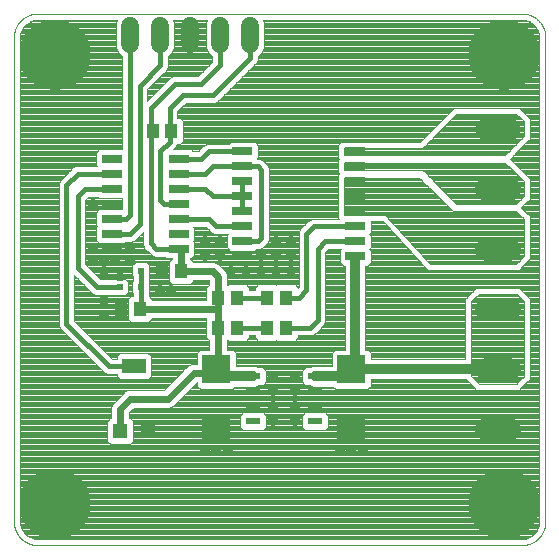
<source format=gtl>
G75*
%MOIN*%
%OFA0B0*%
%FSLAX25Y25*%
%IPPOS*%
%LPD*%
%AMOC8*
5,1,8,0,0,1.08239X$1,22.5*
%
%ADD10C,0.00400*%
%ADD11R,0.04331X0.05118*%
%ADD12R,0.09449X0.09449*%
%ADD13R,0.06890X0.02756*%
%ADD14R,0.05118X0.02362*%
%ADD15R,0.06693X0.02559*%
%ADD16C,0.05937*%
%ADD17R,0.05118X0.05118*%
%ADD18R,0.07874X0.05118*%
%ADD19R,0.01969X0.01969*%
%ADD20R,0.01969X0.01575*%
%ADD21C,0.07677*%
%ADD22C,0.03200*%
%ADD23C,0.23622*%
%ADD24C,0.03562*%
%ADD25C,0.01600*%
%ADD26C,0.02400*%
D10*
X0024406Y0009130D02*
X0024406Y0170547D01*
X0026406Y0170547D02*
X0026478Y0171466D01*
X0027046Y0173214D01*
X0028127Y0174701D01*
X0029613Y0175781D01*
X0031361Y0176349D01*
X0032280Y0176421D01*
X0058905Y0176421D01*
X0058388Y0175173D01*
X0058388Y0167339D01*
X0059114Y0165586D01*
X0060455Y0164245D01*
X0060556Y0164203D01*
X0060556Y0133184D01*
X0052844Y0133184D01*
X0051789Y0132129D01*
X0051789Y0127882D01*
X0052066Y0127606D01*
X0045139Y0127606D01*
X0044183Y0127210D01*
X0043452Y0126479D01*
X0039702Y0122729D01*
X0039306Y0121773D01*
X0039306Y0074489D01*
X0039702Y0073533D01*
X0054607Y0058629D01*
X0055562Y0058233D01*
X0058669Y0058233D01*
X0058669Y0057528D01*
X0059724Y0056474D01*
X0069089Y0056474D01*
X0070143Y0057528D01*
X0070143Y0064137D01*
X0069089Y0065192D01*
X0059724Y0065192D01*
X0058669Y0064137D01*
X0058669Y0063433D01*
X0057156Y0063433D01*
X0044506Y0076083D01*
X0044506Y0091229D01*
X0050689Y0085046D01*
X0051645Y0084650D01*
X0057699Y0084650D01*
X0057883Y0084466D01*
X0061343Y0084466D01*
X0062397Y0085520D01*
X0062397Y0088980D01*
X0061343Y0090034D01*
X0057883Y0090034D01*
X0057699Y0089850D01*
X0053239Y0089850D01*
X0048256Y0094833D01*
X0048256Y0116429D01*
X0049233Y0117406D01*
X0052266Y0117406D01*
X0052844Y0116828D01*
X0060556Y0116828D01*
X0060556Y0113184D01*
X0052844Y0113184D01*
X0051789Y0112129D01*
X0051789Y0107882D01*
X0052166Y0107506D01*
X0051789Y0107129D01*
X0051789Y0102882D01*
X0052844Y0101828D01*
X0061225Y0101828D01*
X0061803Y0102406D01*
X0063673Y0102406D01*
X0064629Y0102802D01*
X0065360Y0103533D01*
X0065360Y0103533D01*
X0067431Y0105604D01*
X0067431Y0101364D01*
X0067827Y0100408D01*
X0068558Y0099677D01*
X0069702Y0098533D01*
X0070433Y0097802D01*
X0071389Y0097406D01*
X0074510Y0097406D01*
X0075088Y0096828D01*
X0077056Y0096828D01*
X0077056Y0096776D01*
X0076090Y0095811D01*
X0076090Y0089201D01*
X0077145Y0088147D01*
X0082967Y0088147D01*
X0084021Y0089201D01*
X0084021Y0089506D01*
X0089414Y0089506D01*
X0089507Y0089413D01*
X0089507Y0088026D01*
X0088541Y0087061D01*
X0088541Y0083006D01*
X0070271Y0083006D01*
X0070271Y0083311D01*
X0069299Y0084282D01*
X0069299Y0085336D01*
X0069484Y0085520D01*
X0069484Y0088980D01*
X0069299Y0089164D01*
X0069299Y0090848D01*
X0069484Y0091032D01*
X0069484Y0094492D01*
X0068429Y0095546D01*
X0064970Y0095546D01*
X0063915Y0094492D01*
X0063915Y0091032D01*
X0064099Y0090848D01*
X0064099Y0089164D01*
X0063915Y0088980D01*
X0063915Y0085520D01*
X0064099Y0085336D01*
X0064099Y0084365D01*
X0063395Y0084365D01*
X0062340Y0083311D01*
X0062340Y0076701D01*
X0063395Y0075647D01*
X0069217Y0075647D01*
X0070271Y0076701D01*
X0070271Y0077006D01*
X0088541Y0077006D01*
X0088541Y0070451D01*
X0089507Y0069486D01*
X0089507Y0066373D01*
X0086436Y0066373D01*
X0085382Y0065318D01*
X0085382Y0061756D01*
X0083809Y0061756D01*
X0082707Y0061299D01*
X0081863Y0060455D01*
X0074414Y0053006D01*
X0062559Y0053006D01*
X0061457Y0052549D01*
X0060613Y0051705D01*
X0057335Y0048428D01*
X0056879Y0047325D01*
X0056879Y0043538D01*
X0056574Y0043538D01*
X0055520Y0042484D01*
X0055520Y0035874D01*
X0056574Y0034820D01*
X0063183Y0034820D01*
X0064238Y0035874D01*
X0064238Y0042484D01*
X0063183Y0043538D01*
X0062879Y0043538D01*
X0062879Y0045486D01*
X0064399Y0047006D01*
X0076253Y0047006D01*
X0077356Y0047463D01*
X0085382Y0055489D01*
X0085382Y0054378D01*
X0086436Y0053324D01*
X0097376Y0053324D01*
X0098158Y0054106D01*
X0104649Y0054106D01*
X0105661Y0054525D01*
X0107278Y0054525D01*
X0108332Y0055579D01*
X0108332Y0059433D01*
X0107278Y0060487D01*
X0105661Y0060487D01*
X0104649Y0060906D01*
X0098431Y0060906D01*
X0098431Y0065318D01*
X0097376Y0066373D01*
X0095507Y0066373D01*
X0095507Y0069486D01*
X0095656Y0069636D01*
X0095895Y0069397D01*
X0101717Y0069397D01*
X0102771Y0070451D01*
X0102771Y0071156D01*
X0104791Y0071156D01*
X0104791Y0070451D01*
X0105846Y0069397D01*
X0111667Y0069397D01*
X0111906Y0069636D01*
X0112145Y0069397D01*
X0117967Y0069397D01*
X0119021Y0070451D01*
X0119021Y0071156D01*
X0123673Y0071156D01*
X0124629Y0071552D01*
X0127129Y0074052D01*
X0127860Y0074783D01*
X0128256Y0075739D01*
X0128256Y0098929D01*
X0129233Y0099906D01*
X0133454Y0099906D01*
X0133079Y0099531D01*
X0133079Y0095481D01*
X0134133Y0094426D01*
X0134756Y0094426D01*
X0134756Y0066373D01*
X0131436Y0066373D01*
X0130382Y0065318D01*
X0130382Y0060906D01*
X0124163Y0060906D01*
X0123152Y0060487D01*
X0121535Y0060487D01*
X0120480Y0059433D01*
X0120480Y0055579D01*
X0121535Y0054525D01*
X0123152Y0054525D01*
X0124163Y0054106D01*
X0130654Y0054106D01*
X0131436Y0053324D01*
X0142376Y0053324D01*
X0143431Y0054378D01*
X0143431Y0056606D01*
X0174978Y0056606D01*
X0176078Y0055506D01*
X0178578Y0053006D01*
X0192735Y0053006D01*
X0193906Y0054177D01*
X0196406Y0056677D01*
X0196406Y0083334D01*
X0195235Y0084506D01*
X0192735Y0087006D01*
X0178578Y0087006D01*
X0174906Y0083334D01*
X0174906Y0063406D01*
X0143431Y0063406D01*
X0143431Y0065318D01*
X0142376Y0066373D01*
X0141556Y0066373D01*
X0141556Y0094426D01*
X0142317Y0094426D01*
X0143372Y0095481D01*
X0143372Y0099531D01*
X0142897Y0100006D01*
X0143372Y0100481D01*
X0143372Y0104531D01*
X0142897Y0105006D01*
X0143372Y0105481D01*
X0143372Y0109256D01*
X0147280Y0109256D01*
X0161156Y0094224D01*
X0161156Y0094177D01*
X0161714Y0093620D01*
X0162248Y0093041D01*
X0162295Y0093039D01*
X0162328Y0093006D01*
X0163116Y0093006D01*
X0163904Y0092974D01*
X0163938Y0093006D01*
X0192735Y0093006D01*
X0195235Y0095506D01*
X0196406Y0096677D01*
X0196406Y0110834D01*
X0193906Y0113334D01*
X0193485Y0113756D01*
X0193906Y0114177D01*
X0196406Y0116677D01*
X0196406Y0123334D01*
X0195235Y0124506D01*
X0189735Y0130006D01*
X0195235Y0135506D01*
X0196406Y0136677D01*
X0196406Y0143334D01*
X0193906Y0145834D01*
X0192735Y0147006D01*
X0171078Y0147006D01*
X0159828Y0135756D01*
X0133578Y0135756D01*
X0132406Y0134584D01*
X0132406Y0130427D01*
X0132828Y0130006D01*
X0132406Y0129584D01*
X0132406Y0125427D01*
X0132828Y0125006D01*
X0132406Y0124584D01*
X0132406Y0110427D01*
X0132728Y0110106D01*
X0123889Y0110106D01*
X0122933Y0109710D01*
X0122202Y0108979D01*
X0122202Y0108979D01*
X0119702Y0106479D01*
X0119306Y0105523D01*
X0119306Y0087333D01*
X0119021Y0087048D01*
X0119021Y0087061D01*
X0117967Y0088115D01*
X0112145Y0088115D01*
X0111906Y0087876D01*
X0111667Y0088115D01*
X0105846Y0088115D01*
X0104791Y0087061D01*
X0104791Y0086356D01*
X0102771Y0086356D01*
X0102771Y0087061D01*
X0101717Y0088115D01*
X0095895Y0088115D01*
X0095656Y0087876D01*
X0095507Y0088026D01*
X0095507Y0091252D01*
X0095050Y0092355D01*
X0094206Y0093199D01*
X0092356Y0095049D01*
X0091253Y0095506D01*
X0084021Y0095506D01*
X0084021Y0095811D01*
X0083056Y0096776D01*
X0083056Y0096828D01*
X0083469Y0096828D01*
X0084523Y0097882D01*
X0084523Y0102129D01*
X0084147Y0102506D01*
X0084523Y0102882D01*
X0084523Y0107129D01*
X0084247Y0107406D01*
X0088329Y0107406D01*
X0089702Y0106033D01*
X0090433Y0105302D01*
X0091389Y0104906D01*
X0095816Y0104906D01*
X0095441Y0104531D01*
X0095441Y0100481D01*
X0096495Y0099426D01*
X0104679Y0099426D01*
X0105159Y0099906D01*
X0106173Y0099906D01*
X0107129Y0100302D01*
X0107860Y0101033D01*
X0109110Y0102283D01*
X0109506Y0103239D01*
X0109506Y0126773D01*
X0109110Y0127729D01*
X0108379Y0128460D01*
X0107129Y0129710D01*
X0106173Y0130106D01*
X0105359Y0130106D01*
X0105734Y0130481D01*
X0105734Y0134531D01*
X0104679Y0135585D01*
X0096495Y0135585D01*
X0096016Y0135106D01*
X0088889Y0135106D01*
X0087933Y0134710D01*
X0087202Y0133979D01*
X0085829Y0132606D01*
X0084047Y0132606D01*
X0083469Y0133184D01*
X0077511Y0133184D01*
X0078510Y0134183D01*
X0078858Y0135022D01*
X0079842Y0135022D01*
X0080896Y0136076D01*
X0080896Y0142686D01*
X0079842Y0143740D01*
X0078906Y0143740D01*
X0078906Y0145829D01*
X0081733Y0148656D01*
X0091173Y0148656D01*
X0092129Y0149052D01*
X0105360Y0162283D01*
X0105756Y0163239D01*
X0105756Y0164203D01*
X0105857Y0164245D01*
X0107199Y0165586D01*
X0107925Y0167339D01*
X0107925Y0175173D01*
X0107408Y0176421D01*
X0193698Y0176421D01*
X0194616Y0176349D01*
X0196364Y0175781D01*
X0197851Y0174701D01*
X0198931Y0173214D01*
X0199499Y0171466D01*
X0199572Y0170547D01*
X0199572Y0009130D01*
X0199499Y0008211D01*
X0198931Y0006463D01*
X0197851Y0004976D01*
X0196364Y0003896D01*
X0194616Y0003328D01*
X0193698Y0003256D01*
X0032280Y0003256D01*
X0031361Y0003328D01*
X0029613Y0003896D01*
X0028127Y0004976D01*
X0027046Y0006463D01*
X0026478Y0008211D01*
X0026406Y0009130D01*
X0026406Y0170547D01*
X0026412Y0170623D02*
X0058388Y0170623D01*
X0058388Y0170225D02*
X0026406Y0170225D01*
X0026406Y0169826D02*
X0058388Y0169826D01*
X0058388Y0169428D02*
X0026406Y0169428D01*
X0026406Y0169029D02*
X0058388Y0169029D01*
X0058388Y0168631D02*
X0026406Y0168631D01*
X0026406Y0168232D02*
X0058388Y0168232D01*
X0058388Y0167834D02*
X0026406Y0167834D01*
X0026406Y0167435D02*
X0058388Y0167435D01*
X0058513Y0167037D02*
X0026406Y0167037D01*
X0026406Y0166638D02*
X0058678Y0166638D01*
X0058843Y0166240D02*
X0026406Y0166240D01*
X0026406Y0165841D02*
X0059008Y0165841D01*
X0059257Y0165443D02*
X0026406Y0165443D01*
X0026406Y0165044D02*
X0059656Y0165044D01*
X0060054Y0164646D02*
X0026406Y0164646D01*
X0026406Y0164247D02*
X0060453Y0164247D01*
X0060556Y0163849D02*
X0026406Y0163849D01*
X0026406Y0163450D02*
X0060556Y0163450D01*
X0060556Y0163052D02*
X0026406Y0163052D01*
X0026406Y0162653D02*
X0060556Y0162653D01*
X0060556Y0162254D02*
X0026406Y0162254D01*
X0026406Y0161856D02*
X0060556Y0161856D01*
X0060556Y0161457D02*
X0026406Y0161457D01*
X0026406Y0161059D02*
X0060556Y0161059D01*
X0060556Y0160660D02*
X0026406Y0160660D01*
X0026406Y0160262D02*
X0060556Y0160262D01*
X0060556Y0159863D02*
X0026406Y0159863D01*
X0026406Y0159465D02*
X0060556Y0159465D01*
X0060556Y0159066D02*
X0026406Y0159066D01*
X0026406Y0158668D02*
X0060556Y0158668D01*
X0060556Y0158269D02*
X0026406Y0158269D01*
X0026406Y0157871D02*
X0060556Y0157871D01*
X0060556Y0157472D02*
X0026406Y0157472D01*
X0026406Y0157074D02*
X0060556Y0157074D01*
X0060556Y0156675D02*
X0026406Y0156675D01*
X0026406Y0156277D02*
X0060556Y0156277D01*
X0060556Y0155878D02*
X0026406Y0155878D01*
X0026406Y0155480D02*
X0060556Y0155480D01*
X0060556Y0155081D02*
X0026406Y0155081D01*
X0026406Y0154683D02*
X0060556Y0154683D01*
X0060556Y0154284D02*
X0026406Y0154284D01*
X0026406Y0153886D02*
X0060556Y0153886D01*
X0060556Y0153487D02*
X0026406Y0153487D01*
X0026406Y0153089D02*
X0060556Y0153089D01*
X0060556Y0152690D02*
X0026406Y0152690D01*
X0026406Y0152292D02*
X0060556Y0152292D01*
X0060556Y0151893D02*
X0026406Y0151893D01*
X0026406Y0151495D02*
X0060556Y0151495D01*
X0060556Y0151096D02*
X0026406Y0151096D01*
X0026406Y0150698D02*
X0060556Y0150698D01*
X0060556Y0150299D02*
X0026406Y0150299D01*
X0026406Y0149901D02*
X0060556Y0149901D01*
X0060556Y0149502D02*
X0026406Y0149502D01*
X0026406Y0149104D02*
X0060556Y0149104D01*
X0060556Y0148705D02*
X0026406Y0148705D01*
X0026406Y0148307D02*
X0060556Y0148307D01*
X0060556Y0147908D02*
X0026406Y0147908D01*
X0026406Y0147510D02*
X0060556Y0147510D01*
X0060556Y0147111D02*
X0026406Y0147111D01*
X0026406Y0146713D02*
X0060556Y0146713D01*
X0060556Y0146314D02*
X0026406Y0146314D01*
X0026406Y0145916D02*
X0060556Y0145916D01*
X0060556Y0145517D02*
X0026406Y0145517D01*
X0026406Y0145118D02*
X0060556Y0145118D01*
X0060556Y0144720D02*
X0026406Y0144720D01*
X0026406Y0144321D02*
X0060556Y0144321D01*
X0060556Y0143923D02*
X0026406Y0143923D01*
X0026406Y0143524D02*
X0060556Y0143524D01*
X0060556Y0143126D02*
X0026406Y0143126D01*
X0026406Y0142727D02*
X0060556Y0142727D01*
X0060556Y0142329D02*
X0026406Y0142329D01*
X0026406Y0141930D02*
X0060556Y0141930D01*
X0060556Y0141532D02*
X0026406Y0141532D01*
X0026406Y0141133D02*
X0060556Y0141133D01*
X0060556Y0140735D02*
X0026406Y0140735D01*
X0026406Y0140336D02*
X0060556Y0140336D01*
X0060556Y0139938D02*
X0026406Y0139938D01*
X0026406Y0139539D02*
X0060556Y0139539D01*
X0060556Y0139141D02*
X0026406Y0139141D01*
X0026406Y0138742D02*
X0060556Y0138742D01*
X0060556Y0138344D02*
X0026406Y0138344D01*
X0026406Y0137945D02*
X0060556Y0137945D01*
X0060556Y0137547D02*
X0026406Y0137547D01*
X0026406Y0137148D02*
X0060556Y0137148D01*
X0060556Y0136750D02*
X0026406Y0136750D01*
X0026406Y0136351D02*
X0060556Y0136351D01*
X0060556Y0135953D02*
X0026406Y0135953D01*
X0026406Y0135554D02*
X0060556Y0135554D01*
X0060556Y0135156D02*
X0026406Y0135156D01*
X0026406Y0134757D02*
X0060556Y0134757D01*
X0060556Y0134359D02*
X0026406Y0134359D01*
X0026406Y0133960D02*
X0060556Y0133960D01*
X0060556Y0133562D02*
X0026406Y0133562D01*
X0026406Y0133163D02*
X0052823Y0133163D01*
X0052424Y0132765D02*
X0026406Y0132765D01*
X0026406Y0132366D02*
X0052026Y0132366D01*
X0051789Y0131968D02*
X0026406Y0131968D01*
X0026406Y0131569D02*
X0051789Y0131569D01*
X0051789Y0131171D02*
X0026406Y0131171D01*
X0026406Y0130772D02*
X0051789Y0130772D01*
X0051789Y0130374D02*
X0026406Y0130374D01*
X0026406Y0129975D02*
X0051789Y0129975D01*
X0051789Y0129577D02*
X0026406Y0129577D01*
X0026406Y0129178D02*
X0051789Y0129178D01*
X0051789Y0128780D02*
X0026406Y0128780D01*
X0026406Y0128381D02*
X0051789Y0128381D01*
X0051789Y0127983D02*
X0026406Y0127983D01*
X0026406Y0127584D02*
X0045086Y0127584D01*
X0044159Y0127185D02*
X0026406Y0127185D01*
X0026406Y0126787D02*
X0043760Y0126787D01*
X0043362Y0126388D02*
X0026406Y0126388D01*
X0026406Y0125990D02*
X0042963Y0125990D01*
X0042565Y0125591D02*
X0026406Y0125591D01*
X0026406Y0125193D02*
X0042166Y0125193D01*
X0041768Y0124794D02*
X0026406Y0124794D01*
X0026406Y0124396D02*
X0041369Y0124396D01*
X0040971Y0123997D02*
X0026406Y0123997D01*
X0026406Y0123599D02*
X0040572Y0123599D01*
X0040174Y0123200D02*
X0026406Y0123200D01*
X0026406Y0122802D02*
X0039775Y0122802D01*
X0039567Y0122403D02*
X0026406Y0122403D01*
X0026406Y0122005D02*
X0039402Y0122005D01*
X0039306Y0121606D02*
X0026406Y0121606D01*
X0026406Y0121208D02*
X0039306Y0121208D01*
X0039306Y0120809D02*
X0026406Y0120809D01*
X0026406Y0120411D02*
X0039306Y0120411D01*
X0039306Y0120012D02*
X0026406Y0120012D01*
X0026406Y0119614D02*
X0039306Y0119614D01*
X0039306Y0119215D02*
X0026406Y0119215D01*
X0026406Y0118817D02*
X0039306Y0118817D01*
X0039306Y0118418D02*
X0026406Y0118418D01*
X0026406Y0118020D02*
X0039306Y0118020D01*
X0039306Y0117621D02*
X0026406Y0117621D01*
X0026406Y0117223D02*
X0039306Y0117223D01*
X0039306Y0116824D02*
X0026406Y0116824D01*
X0026406Y0116426D02*
X0039306Y0116426D01*
X0039306Y0116027D02*
X0026406Y0116027D01*
X0026406Y0115629D02*
X0039306Y0115629D01*
X0039306Y0115230D02*
X0026406Y0115230D01*
X0026406Y0114832D02*
X0039306Y0114832D01*
X0039306Y0114433D02*
X0026406Y0114433D01*
X0026406Y0114035D02*
X0039306Y0114035D01*
X0039306Y0113636D02*
X0026406Y0113636D01*
X0026406Y0113238D02*
X0039306Y0113238D01*
X0039306Y0112839D02*
X0026406Y0112839D01*
X0026406Y0112441D02*
X0039306Y0112441D01*
X0039306Y0112042D02*
X0026406Y0112042D01*
X0026406Y0111644D02*
X0039306Y0111644D01*
X0039306Y0111245D02*
X0026406Y0111245D01*
X0026406Y0110847D02*
X0039306Y0110847D01*
X0039306Y0110448D02*
X0026406Y0110448D01*
X0026406Y0110049D02*
X0039306Y0110049D01*
X0039306Y0109651D02*
X0026406Y0109651D01*
X0026406Y0109252D02*
X0039306Y0109252D01*
X0039306Y0108854D02*
X0026406Y0108854D01*
X0026406Y0108455D02*
X0039306Y0108455D01*
X0039306Y0108057D02*
X0026406Y0108057D01*
X0026406Y0107658D02*
X0039306Y0107658D01*
X0039306Y0107260D02*
X0026406Y0107260D01*
X0026406Y0106861D02*
X0039306Y0106861D01*
X0039306Y0106463D02*
X0026406Y0106463D01*
X0026406Y0106064D02*
X0039306Y0106064D01*
X0039306Y0105666D02*
X0026406Y0105666D01*
X0026406Y0105267D02*
X0039306Y0105267D01*
X0039306Y0104869D02*
X0026406Y0104869D01*
X0026406Y0104470D02*
X0039306Y0104470D01*
X0039306Y0104072D02*
X0026406Y0104072D01*
X0026406Y0103673D02*
X0039306Y0103673D01*
X0039306Y0103275D02*
X0026406Y0103275D01*
X0026406Y0102876D02*
X0039306Y0102876D01*
X0039306Y0102478D02*
X0026406Y0102478D01*
X0026406Y0102079D02*
X0039306Y0102079D01*
X0039306Y0101681D02*
X0026406Y0101681D01*
X0026406Y0101282D02*
X0039306Y0101282D01*
X0039306Y0100884D02*
X0026406Y0100884D01*
X0026406Y0100485D02*
X0039306Y0100485D01*
X0039306Y0100087D02*
X0026406Y0100087D01*
X0026406Y0099688D02*
X0039306Y0099688D01*
X0039306Y0099290D02*
X0026406Y0099290D01*
X0026406Y0098891D02*
X0039306Y0098891D01*
X0039306Y0098493D02*
X0026406Y0098493D01*
X0026406Y0098094D02*
X0039306Y0098094D01*
X0039306Y0097696D02*
X0026406Y0097696D01*
X0026406Y0097297D02*
X0039306Y0097297D01*
X0039306Y0096899D02*
X0026406Y0096899D01*
X0026406Y0096500D02*
X0039306Y0096500D01*
X0039306Y0096102D02*
X0026406Y0096102D01*
X0026406Y0095703D02*
X0039306Y0095703D01*
X0039306Y0095305D02*
X0026406Y0095305D01*
X0026406Y0094906D02*
X0039306Y0094906D01*
X0039306Y0094508D02*
X0026406Y0094508D01*
X0026406Y0094109D02*
X0039306Y0094109D01*
X0039306Y0093711D02*
X0026406Y0093711D01*
X0026406Y0093312D02*
X0039306Y0093312D01*
X0039306Y0092914D02*
X0026406Y0092914D01*
X0026406Y0092515D02*
X0039306Y0092515D01*
X0039306Y0092116D02*
X0026406Y0092116D01*
X0026406Y0091718D02*
X0039306Y0091718D01*
X0039306Y0091319D02*
X0026406Y0091319D01*
X0026406Y0090921D02*
X0039306Y0090921D01*
X0039306Y0090522D02*
X0026406Y0090522D01*
X0026406Y0090124D02*
X0039306Y0090124D01*
X0039306Y0089725D02*
X0026406Y0089725D01*
X0026406Y0089327D02*
X0039306Y0089327D01*
X0039306Y0088928D02*
X0026406Y0088928D01*
X0026406Y0088530D02*
X0039306Y0088530D01*
X0039306Y0088131D02*
X0026406Y0088131D01*
X0026406Y0087733D02*
X0039306Y0087733D01*
X0039306Y0087334D02*
X0026406Y0087334D01*
X0026406Y0086936D02*
X0039306Y0086936D01*
X0039306Y0086537D02*
X0026406Y0086537D01*
X0026406Y0086139D02*
X0039306Y0086139D01*
X0039306Y0085740D02*
X0026406Y0085740D01*
X0026406Y0085342D02*
X0039306Y0085342D01*
X0039306Y0084943D02*
X0026406Y0084943D01*
X0026406Y0084545D02*
X0039306Y0084545D01*
X0039306Y0084146D02*
X0026406Y0084146D01*
X0026406Y0083748D02*
X0039306Y0083748D01*
X0039306Y0083349D02*
X0026406Y0083349D01*
X0026406Y0082951D02*
X0039306Y0082951D01*
X0039306Y0082552D02*
X0026406Y0082552D01*
X0026406Y0082154D02*
X0039306Y0082154D01*
X0039306Y0081755D02*
X0026406Y0081755D01*
X0026406Y0081357D02*
X0039306Y0081357D01*
X0039306Y0080958D02*
X0026406Y0080958D01*
X0026406Y0080560D02*
X0039306Y0080560D01*
X0039306Y0080161D02*
X0026406Y0080161D01*
X0026406Y0079763D02*
X0039306Y0079763D01*
X0039306Y0079364D02*
X0026406Y0079364D01*
X0026406Y0078966D02*
X0039306Y0078966D01*
X0039306Y0078567D02*
X0026406Y0078567D01*
X0026406Y0078169D02*
X0039306Y0078169D01*
X0039306Y0077770D02*
X0026406Y0077770D01*
X0026406Y0077372D02*
X0039306Y0077372D01*
X0039306Y0076973D02*
X0026406Y0076973D01*
X0026406Y0076575D02*
X0039306Y0076575D01*
X0039306Y0076176D02*
X0026406Y0076176D01*
X0026406Y0075778D02*
X0039306Y0075778D01*
X0039306Y0075379D02*
X0026406Y0075379D01*
X0026406Y0074980D02*
X0039306Y0074980D01*
X0039306Y0074582D02*
X0026406Y0074582D01*
X0026406Y0074183D02*
X0039433Y0074183D01*
X0039598Y0073785D02*
X0026406Y0073785D01*
X0026406Y0073386D02*
X0039849Y0073386D01*
X0040247Y0072988D02*
X0026406Y0072988D01*
X0026406Y0072589D02*
X0040646Y0072589D01*
X0041044Y0072191D02*
X0026406Y0072191D01*
X0026406Y0071792D02*
X0041443Y0071792D01*
X0041841Y0071394D02*
X0026406Y0071394D01*
X0026406Y0070995D02*
X0042240Y0070995D01*
X0042638Y0070597D02*
X0026406Y0070597D01*
X0026406Y0070198D02*
X0043037Y0070198D01*
X0043435Y0069800D02*
X0026406Y0069800D01*
X0026406Y0069401D02*
X0043834Y0069401D01*
X0044232Y0069003D02*
X0026406Y0069003D01*
X0026406Y0068604D02*
X0044631Y0068604D01*
X0045029Y0068206D02*
X0026406Y0068206D01*
X0026406Y0067807D02*
X0045428Y0067807D01*
X0045826Y0067409D02*
X0026406Y0067409D01*
X0026406Y0067010D02*
X0046225Y0067010D01*
X0046623Y0066612D02*
X0026406Y0066612D01*
X0026406Y0066213D02*
X0047022Y0066213D01*
X0047420Y0065815D02*
X0026406Y0065815D01*
X0026406Y0065416D02*
X0047819Y0065416D01*
X0048217Y0065018D02*
X0026406Y0065018D01*
X0026406Y0064619D02*
X0048616Y0064619D01*
X0049014Y0064221D02*
X0026406Y0064221D01*
X0026406Y0063822D02*
X0049413Y0063822D01*
X0049811Y0063424D02*
X0026406Y0063424D01*
X0026406Y0063025D02*
X0050210Y0063025D01*
X0050608Y0062627D02*
X0026406Y0062627D01*
X0026406Y0062228D02*
X0051007Y0062228D01*
X0051405Y0061830D02*
X0026406Y0061830D01*
X0026406Y0061431D02*
X0051804Y0061431D01*
X0052203Y0061033D02*
X0026406Y0061033D01*
X0026406Y0060634D02*
X0052601Y0060634D01*
X0053000Y0060236D02*
X0026406Y0060236D01*
X0026406Y0059837D02*
X0053398Y0059837D01*
X0053797Y0059439D02*
X0026406Y0059439D01*
X0026406Y0059040D02*
X0054195Y0059040D01*
X0054594Y0058642D02*
X0026406Y0058642D01*
X0026406Y0058243D02*
X0055537Y0058243D01*
X0058669Y0057845D02*
X0026406Y0057845D01*
X0026406Y0057446D02*
X0058751Y0057446D01*
X0059150Y0057047D02*
X0026406Y0057047D01*
X0026406Y0056649D02*
X0059548Y0056649D01*
X0061734Y0052664D02*
X0026406Y0052664D01*
X0026406Y0053062D02*
X0074470Y0053062D01*
X0074869Y0053461D02*
X0026406Y0053461D01*
X0026406Y0053859D02*
X0075267Y0053859D01*
X0075666Y0054258D02*
X0026406Y0054258D01*
X0026406Y0054656D02*
X0076064Y0054656D01*
X0076463Y0055055D02*
X0026406Y0055055D01*
X0026406Y0055453D02*
X0076861Y0055453D01*
X0077260Y0055852D02*
X0026406Y0055852D01*
X0026406Y0056250D02*
X0077658Y0056250D01*
X0078057Y0056649D02*
X0069264Y0056649D01*
X0069663Y0057047D02*
X0078455Y0057047D01*
X0078854Y0057446D02*
X0070061Y0057446D01*
X0070143Y0057845D02*
X0079252Y0057845D01*
X0079651Y0058243D02*
X0070143Y0058243D01*
X0070143Y0058642D02*
X0080049Y0058642D01*
X0080448Y0059040D02*
X0070143Y0059040D01*
X0070143Y0059439D02*
X0080846Y0059439D01*
X0081245Y0059837D02*
X0070143Y0059837D01*
X0070143Y0060236D02*
X0081643Y0060236D01*
X0082042Y0060634D02*
X0070143Y0060634D01*
X0070143Y0061033D02*
X0082440Y0061033D01*
X0083025Y0061431D02*
X0070143Y0061431D01*
X0070143Y0061830D02*
X0085382Y0061830D01*
X0085382Y0062228D02*
X0070143Y0062228D01*
X0070143Y0062627D02*
X0085382Y0062627D01*
X0085382Y0063025D02*
X0070143Y0063025D01*
X0070143Y0063424D02*
X0085382Y0063424D01*
X0085382Y0063822D02*
X0070143Y0063822D01*
X0070060Y0064221D02*
X0085382Y0064221D01*
X0085382Y0064619D02*
X0069661Y0064619D01*
X0069263Y0065018D02*
X0085382Y0065018D01*
X0085480Y0065416D02*
X0055173Y0065416D01*
X0055571Y0065018D02*
X0059550Y0065018D01*
X0059151Y0064619D02*
X0055970Y0064619D01*
X0056368Y0064221D02*
X0058753Y0064221D01*
X0058669Y0063822D02*
X0056767Y0063822D01*
X0054774Y0065815D02*
X0085878Y0065815D01*
X0086277Y0066213D02*
X0054376Y0066213D01*
X0053977Y0066612D02*
X0089507Y0066612D01*
X0089507Y0067010D02*
X0053579Y0067010D01*
X0053180Y0067409D02*
X0089507Y0067409D01*
X0089507Y0067807D02*
X0052782Y0067807D01*
X0052383Y0068206D02*
X0089507Y0068206D01*
X0089507Y0068604D02*
X0051985Y0068604D01*
X0051586Y0069003D02*
X0089507Y0069003D01*
X0089507Y0069401D02*
X0051188Y0069401D01*
X0050789Y0069800D02*
X0089193Y0069800D01*
X0088794Y0070198D02*
X0050391Y0070198D01*
X0049992Y0070597D02*
X0088541Y0070597D01*
X0088541Y0070995D02*
X0049594Y0070995D01*
X0049195Y0071394D02*
X0088541Y0071394D01*
X0088541Y0071792D02*
X0048797Y0071792D01*
X0048398Y0072191D02*
X0088541Y0072191D01*
X0088541Y0072589D02*
X0048000Y0072589D01*
X0047601Y0072988D02*
X0088541Y0072988D01*
X0088541Y0073386D02*
X0047203Y0073386D01*
X0046804Y0073785D02*
X0088541Y0073785D01*
X0088541Y0074183D02*
X0046406Y0074183D01*
X0046007Y0074582D02*
X0088541Y0074582D01*
X0088541Y0074980D02*
X0045609Y0074980D01*
X0045210Y0075379D02*
X0088541Y0075379D01*
X0088541Y0075778D02*
X0069347Y0075778D01*
X0069746Y0076176D02*
X0088541Y0076176D01*
X0088541Y0076575D02*
X0070144Y0076575D01*
X0070271Y0076973D02*
X0088541Y0076973D01*
X0088541Y0083349D02*
X0070232Y0083349D01*
X0069834Y0083748D02*
X0088541Y0083748D01*
X0088541Y0084146D02*
X0069435Y0084146D01*
X0069299Y0084545D02*
X0088541Y0084545D01*
X0088541Y0084943D02*
X0069299Y0084943D01*
X0069305Y0085342D02*
X0088541Y0085342D01*
X0088541Y0085740D02*
X0069484Y0085740D01*
X0069484Y0086139D02*
X0088541Y0086139D01*
X0088541Y0086537D02*
X0069484Y0086537D01*
X0069484Y0086936D02*
X0088541Y0086936D01*
X0088815Y0087334D02*
X0069484Y0087334D01*
X0069484Y0087733D02*
X0089214Y0087733D01*
X0089507Y0088131D02*
X0069484Y0088131D01*
X0069484Y0088530D02*
X0076762Y0088530D01*
X0076363Y0088928D02*
X0069484Y0088928D01*
X0069299Y0089327D02*
X0076090Y0089327D01*
X0076090Y0089725D02*
X0069299Y0089725D01*
X0069299Y0090124D02*
X0076090Y0090124D01*
X0076090Y0090522D02*
X0069299Y0090522D01*
X0069373Y0090921D02*
X0076090Y0090921D01*
X0076090Y0091319D02*
X0069484Y0091319D01*
X0069484Y0091718D02*
X0076090Y0091718D01*
X0076090Y0092116D02*
X0069484Y0092116D01*
X0069484Y0092515D02*
X0076090Y0092515D01*
X0076090Y0092914D02*
X0069484Y0092914D01*
X0069484Y0093312D02*
X0076090Y0093312D01*
X0076090Y0093711D02*
X0069484Y0093711D01*
X0069484Y0094109D02*
X0076090Y0094109D01*
X0076090Y0094508D02*
X0069468Y0094508D01*
X0069069Y0094906D02*
X0076090Y0094906D01*
X0076090Y0095305D02*
X0068671Y0095305D01*
X0070689Y0097696D02*
X0048256Y0097696D01*
X0048256Y0098094D02*
X0070141Y0098094D01*
X0069742Y0098493D02*
X0048256Y0098493D01*
X0048256Y0098891D02*
X0069344Y0098891D01*
X0068945Y0099290D02*
X0048256Y0099290D01*
X0048256Y0099688D02*
X0068547Y0099688D01*
X0068558Y0099677D02*
X0068558Y0099677D01*
X0068148Y0100087D02*
X0048256Y0100087D01*
X0048256Y0100485D02*
X0067795Y0100485D01*
X0067630Y0100884D02*
X0048256Y0100884D01*
X0048256Y0101282D02*
X0067465Y0101282D01*
X0067431Y0101681D02*
X0048256Y0101681D01*
X0048256Y0102079D02*
X0052592Y0102079D01*
X0052194Y0102478D02*
X0048256Y0102478D01*
X0048256Y0102876D02*
X0051795Y0102876D01*
X0051789Y0103275D02*
X0048256Y0103275D01*
X0048256Y0103673D02*
X0051789Y0103673D01*
X0051789Y0104072D02*
X0048256Y0104072D01*
X0048256Y0104470D02*
X0051789Y0104470D01*
X0051789Y0104869D02*
X0048256Y0104869D01*
X0048256Y0105267D02*
X0051789Y0105267D01*
X0051789Y0105666D02*
X0048256Y0105666D01*
X0048256Y0106064D02*
X0051789Y0106064D01*
X0051789Y0106463D02*
X0048256Y0106463D01*
X0048256Y0106861D02*
X0051789Y0106861D01*
X0051920Y0107260D02*
X0048256Y0107260D01*
X0048256Y0107658D02*
X0052013Y0107658D01*
X0051789Y0108057D02*
X0048256Y0108057D01*
X0048256Y0108455D02*
X0051789Y0108455D01*
X0051789Y0108854D02*
X0048256Y0108854D01*
X0048256Y0109252D02*
X0051789Y0109252D01*
X0051789Y0109651D02*
X0048256Y0109651D01*
X0048256Y0110049D02*
X0051789Y0110049D01*
X0051789Y0110448D02*
X0048256Y0110448D01*
X0048256Y0110847D02*
X0051789Y0110847D01*
X0051789Y0111245D02*
X0048256Y0111245D01*
X0048256Y0111644D02*
X0051789Y0111644D01*
X0051789Y0112042D02*
X0048256Y0112042D01*
X0048256Y0112441D02*
X0052100Y0112441D01*
X0052499Y0112839D02*
X0048256Y0112839D01*
X0048256Y0113238D02*
X0060556Y0113238D01*
X0060556Y0113636D02*
X0048256Y0113636D01*
X0048256Y0114035D02*
X0060556Y0114035D01*
X0060556Y0114433D02*
X0048256Y0114433D01*
X0048256Y0114832D02*
X0060556Y0114832D01*
X0060556Y0115230D02*
X0048256Y0115230D01*
X0048256Y0115629D02*
X0060556Y0115629D01*
X0060556Y0116027D02*
X0048256Y0116027D01*
X0048256Y0116426D02*
X0060556Y0116426D01*
X0060556Y0116824D02*
X0048651Y0116824D01*
X0049050Y0117223D02*
X0052449Y0117223D01*
X0061476Y0102079D02*
X0067431Y0102079D01*
X0067431Y0102478D02*
X0063847Y0102478D01*
X0064703Y0102876D02*
X0067431Y0102876D01*
X0067431Y0103275D02*
X0065102Y0103275D01*
X0065501Y0103673D02*
X0067431Y0103673D01*
X0067431Y0104072D02*
X0065899Y0104072D01*
X0066298Y0104470D02*
X0067431Y0104470D01*
X0067431Y0104869D02*
X0066696Y0104869D01*
X0067095Y0105267D02*
X0067431Y0105267D01*
X0074619Y0097297D02*
X0048256Y0097297D01*
X0048256Y0096899D02*
X0075017Y0096899D01*
X0076381Y0096102D02*
X0048256Y0096102D01*
X0048256Y0096500D02*
X0076780Y0096500D01*
X0076090Y0095703D02*
X0048256Y0095703D01*
X0048256Y0095305D02*
X0064728Y0095305D01*
X0064330Y0094906D02*
X0048256Y0094906D01*
X0048581Y0094508D02*
X0063931Y0094508D01*
X0063915Y0094109D02*
X0048980Y0094109D01*
X0049378Y0093711D02*
X0063915Y0093711D01*
X0063915Y0093312D02*
X0049777Y0093312D01*
X0050175Y0092914D02*
X0063915Y0092914D01*
X0063915Y0092515D02*
X0050574Y0092515D01*
X0050973Y0092116D02*
X0063915Y0092116D01*
X0063915Y0091718D02*
X0051371Y0091718D01*
X0051770Y0091319D02*
X0063915Y0091319D01*
X0064026Y0090921D02*
X0052168Y0090921D01*
X0052567Y0090522D02*
X0064099Y0090522D01*
X0064099Y0090124D02*
X0052965Y0090124D01*
X0049198Y0086537D02*
X0044506Y0086537D01*
X0044506Y0086139D02*
X0049596Y0086139D01*
X0049995Y0085740D02*
X0044506Y0085740D01*
X0044506Y0085342D02*
X0050393Y0085342D01*
X0050937Y0084943D02*
X0044506Y0084943D01*
X0044506Y0084545D02*
X0057804Y0084545D01*
X0061422Y0084545D02*
X0064099Y0084545D01*
X0064099Y0084943D02*
X0061820Y0084943D01*
X0062219Y0085342D02*
X0064094Y0085342D01*
X0063915Y0085740D02*
X0062397Y0085740D01*
X0062397Y0086139D02*
X0063915Y0086139D01*
X0063915Y0086537D02*
X0062397Y0086537D01*
X0062397Y0086936D02*
X0063915Y0086936D01*
X0063915Y0087334D02*
X0062397Y0087334D01*
X0062397Y0087733D02*
X0063915Y0087733D01*
X0063915Y0088131D02*
X0062397Y0088131D01*
X0062397Y0088530D02*
X0063915Y0088530D01*
X0063915Y0088928D02*
X0062397Y0088928D01*
X0062050Y0089327D02*
X0064099Y0089327D01*
X0064099Y0089725D02*
X0061652Y0089725D01*
X0063176Y0084146D02*
X0044506Y0084146D01*
X0044506Y0083748D02*
X0062778Y0083748D01*
X0062379Y0083349D02*
X0044506Y0083349D01*
X0044506Y0082951D02*
X0062340Y0082951D01*
X0062340Y0082552D02*
X0044506Y0082552D01*
X0044506Y0082154D02*
X0062340Y0082154D01*
X0062340Y0081755D02*
X0044506Y0081755D01*
X0044506Y0081357D02*
X0062340Y0081357D01*
X0062340Y0080958D02*
X0044506Y0080958D01*
X0044506Y0080560D02*
X0062340Y0080560D01*
X0062340Y0080161D02*
X0044506Y0080161D01*
X0044506Y0079763D02*
X0062340Y0079763D01*
X0062340Y0079364D02*
X0044506Y0079364D01*
X0044506Y0078966D02*
X0062340Y0078966D01*
X0062340Y0078567D02*
X0044506Y0078567D01*
X0044506Y0078169D02*
X0062340Y0078169D01*
X0062340Y0077770D02*
X0044506Y0077770D01*
X0044506Y0077372D02*
X0062340Y0077372D01*
X0062340Y0076973D02*
X0044506Y0076973D01*
X0044506Y0076575D02*
X0062467Y0076575D01*
X0062866Y0076176D02*
X0044506Y0076176D01*
X0044811Y0075778D02*
X0063264Y0075778D01*
X0048799Y0086936D02*
X0044506Y0086936D01*
X0044506Y0087334D02*
X0048401Y0087334D01*
X0048002Y0087733D02*
X0044506Y0087733D01*
X0044506Y0088131D02*
X0047604Y0088131D01*
X0047205Y0088530D02*
X0044506Y0088530D01*
X0044506Y0088928D02*
X0046807Y0088928D01*
X0046408Y0089327D02*
X0044506Y0089327D01*
X0044506Y0089725D02*
X0046010Y0089725D01*
X0045611Y0090124D02*
X0044506Y0090124D01*
X0044506Y0090522D02*
X0045213Y0090522D01*
X0044814Y0090921D02*
X0044506Y0090921D01*
X0061173Y0052265D02*
X0026406Y0052265D01*
X0026406Y0051867D02*
X0060774Y0051867D01*
X0060376Y0051468D02*
X0026406Y0051468D01*
X0026406Y0051070D02*
X0059977Y0051070D01*
X0059579Y0050671D02*
X0026406Y0050671D01*
X0026406Y0050273D02*
X0059180Y0050273D01*
X0058782Y0049874D02*
X0026406Y0049874D01*
X0026406Y0049476D02*
X0058383Y0049476D01*
X0057985Y0049077D02*
X0026406Y0049077D01*
X0026406Y0048679D02*
X0057586Y0048679D01*
X0057274Y0048280D02*
X0026406Y0048280D01*
X0026406Y0047882D02*
X0057109Y0047882D01*
X0056944Y0047483D02*
X0026406Y0047483D01*
X0026406Y0047085D02*
X0056879Y0047085D01*
X0056879Y0046686D02*
X0026406Y0046686D01*
X0026406Y0046288D02*
X0056879Y0046288D01*
X0056879Y0045889D02*
X0026406Y0045889D01*
X0026406Y0045491D02*
X0056879Y0045491D01*
X0056879Y0045092D02*
X0026406Y0045092D01*
X0026406Y0044694D02*
X0056879Y0044694D01*
X0056879Y0044295D02*
X0026406Y0044295D01*
X0026406Y0043897D02*
X0056879Y0043897D01*
X0056534Y0043498D02*
X0026406Y0043498D01*
X0026406Y0043100D02*
X0056135Y0043100D01*
X0055737Y0042701D02*
X0026406Y0042701D01*
X0026406Y0042303D02*
X0055520Y0042303D01*
X0055520Y0041904D02*
X0026406Y0041904D01*
X0026406Y0041506D02*
X0055520Y0041506D01*
X0055520Y0041107D02*
X0026406Y0041107D01*
X0026406Y0040709D02*
X0055520Y0040709D01*
X0055520Y0040310D02*
X0026406Y0040310D01*
X0026406Y0039912D02*
X0055520Y0039912D01*
X0055520Y0039513D02*
X0026406Y0039513D01*
X0026406Y0039114D02*
X0055520Y0039114D01*
X0055520Y0038716D02*
X0026406Y0038716D01*
X0026406Y0038317D02*
X0055520Y0038317D01*
X0055520Y0037919D02*
X0026406Y0037919D01*
X0026406Y0037520D02*
X0055520Y0037520D01*
X0055520Y0037122D02*
X0026406Y0037122D01*
X0026406Y0036723D02*
X0055520Y0036723D01*
X0055520Y0036325D02*
X0026406Y0036325D01*
X0026406Y0035926D02*
X0055520Y0035926D01*
X0055866Y0035528D02*
X0026406Y0035528D01*
X0026406Y0035129D02*
X0056265Y0035129D01*
X0063493Y0035129D02*
X0199572Y0035129D01*
X0199572Y0034731D02*
X0026406Y0034731D01*
X0026406Y0034332D02*
X0199572Y0034332D01*
X0199572Y0033934D02*
X0026406Y0033934D01*
X0026406Y0033535D02*
X0199572Y0033535D01*
X0199572Y0033137D02*
X0026406Y0033137D01*
X0026406Y0032738D02*
X0199572Y0032738D01*
X0199572Y0032340D02*
X0026406Y0032340D01*
X0026406Y0031941D02*
X0199572Y0031941D01*
X0199572Y0031543D02*
X0026406Y0031543D01*
X0026406Y0031144D02*
X0199572Y0031144D01*
X0199572Y0030746D02*
X0026406Y0030746D01*
X0026406Y0030347D02*
X0199572Y0030347D01*
X0199572Y0029949D02*
X0026406Y0029949D01*
X0026406Y0029550D02*
X0199572Y0029550D01*
X0199572Y0029152D02*
X0026406Y0029152D01*
X0026406Y0028753D02*
X0199572Y0028753D01*
X0199572Y0028355D02*
X0026406Y0028355D01*
X0026406Y0027956D02*
X0199572Y0027956D01*
X0199572Y0027558D02*
X0026406Y0027558D01*
X0026406Y0027159D02*
X0199572Y0027159D01*
X0199572Y0026761D02*
X0026406Y0026761D01*
X0026406Y0026362D02*
X0199572Y0026362D01*
X0199572Y0025964D02*
X0026406Y0025964D01*
X0026406Y0025565D02*
X0199572Y0025565D01*
X0199572Y0025167D02*
X0026406Y0025167D01*
X0026406Y0024768D02*
X0199572Y0024768D01*
X0199572Y0024370D02*
X0026406Y0024370D01*
X0026406Y0023971D02*
X0199572Y0023971D01*
X0199572Y0023573D02*
X0026406Y0023573D01*
X0026406Y0023174D02*
X0199572Y0023174D01*
X0199572Y0022776D02*
X0026406Y0022776D01*
X0026406Y0022377D02*
X0199572Y0022377D01*
X0199572Y0021978D02*
X0026406Y0021978D01*
X0026406Y0021580D02*
X0199572Y0021580D01*
X0199572Y0021181D02*
X0026406Y0021181D01*
X0026406Y0020783D02*
X0199572Y0020783D01*
X0199572Y0020384D02*
X0026406Y0020384D01*
X0026406Y0019986D02*
X0199572Y0019986D01*
X0199572Y0019587D02*
X0026406Y0019587D01*
X0026406Y0019189D02*
X0199572Y0019189D01*
X0199572Y0018790D02*
X0026406Y0018790D01*
X0026406Y0018392D02*
X0199572Y0018392D01*
X0199572Y0017993D02*
X0026406Y0017993D01*
X0026406Y0017595D02*
X0199572Y0017595D01*
X0199572Y0017196D02*
X0026406Y0017196D01*
X0026406Y0016798D02*
X0199572Y0016798D01*
X0199572Y0016399D02*
X0026406Y0016399D01*
X0026406Y0016001D02*
X0199572Y0016001D01*
X0199572Y0015602D02*
X0026406Y0015602D01*
X0026406Y0015204D02*
X0199572Y0015204D01*
X0199572Y0014805D02*
X0026406Y0014805D01*
X0026406Y0014407D02*
X0199572Y0014407D01*
X0199572Y0014008D02*
X0026406Y0014008D01*
X0026406Y0013610D02*
X0199572Y0013610D01*
X0199572Y0013211D02*
X0026406Y0013211D01*
X0026406Y0012813D02*
X0199572Y0012813D01*
X0199572Y0012414D02*
X0026406Y0012414D01*
X0026406Y0012016D02*
X0199572Y0012016D01*
X0199572Y0011617D02*
X0026406Y0011617D01*
X0026406Y0011219D02*
X0199572Y0011219D01*
X0199572Y0010820D02*
X0026406Y0010820D01*
X0026406Y0010422D02*
X0199572Y0010422D01*
X0199572Y0010023D02*
X0026406Y0010023D01*
X0026406Y0009625D02*
X0199572Y0009625D01*
X0199572Y0009226D02*
X0026406Y0009226D01*
X0026430Y0008828D02*
X0199548Y0008828D01*
X0199516Y0008429D02*
X0026461Y0008429D01*
X0026537Y0008031D02*
X0199441Y0008031D01*
X0199311Y0007632D02*
X0026667Y0007632D01*
X0026796Y0007234D02*
X0199182Y0007234D01*
X0199052Y0006835D02*
X0026926Y0006835D01*
X0027066Y0006437D02*
X0198912Y0006437D01*
X0198622Y0006038D02*
X0027355Y0006038D01*
X0027645Y0005640D02*
X0198333Y0005640D01*
X0198043Y0005241D02*
X0027934Y0005241D01*
X0028311Y0004843D02*
X0197667Y0004843D01*
X0197118Y0004444D02*
X0028859Y0004444D01*
X0029408Y0004045D02*
X0196570Y0004045D01*
X0195597Y0003647D02*
X0030380Y0003647D01*
X0032280Y0001256D02*
X0193698Y0001256D01*
X0193888Y0001258D01*
X0194078Y0001265D01*
X0194268Y0001277D01*
X0194458Y0001293D01*
X0194647Y0001313D01*
X0194836Y0001339D01*
X0195024Y0001368D01*
X0195211Y0001403D01*
X0195397Y0001442D01*
X0195582Y0001485D01*
X0195767Y0001533D01*
X0195950Y0001585D01*
X0196131Y0001641D01*
X0196311Y0001702D01*
X0196490Y0001768D01*
X0196667Y0001837D01*
X0196843Y0001911D01*
X0197016Y0001989D01*
X0197188Y0002072D01*
X0197357Y0002158D01*
X0197525Y0002248D01*
X0197690Y0002343D01*
X0197853Y0002441D01*
X0198013Y0002544D01*
X0198171Y0002650D01*
X0198326Y0002760D01*
X0198479Y0002873D01*
X0198629Y0002991D01*
X0198775Y0003112D01*
X0198919Y0003236D01*
X0199060Y0003364D01*
X0199198Y0003495D01*
X0199333Y0003630D01*
X0199464Y0003768D01*
X0199592Y0003909D01*
X0199716Y0004053D01*
X0199837Y0004199D01*
X0199955Y0004349D01*
X0200068Y0004502D01*
X0200178Y0004657D01*
X0200284Y0004815D01*
X0200387Y0004975D01*
X0200485Y0005138D01*
X0200580Y0005303D01*
X0200670Y0005471D01*
X0200756Y0005640D01*
X0200839Y0005812D01*
X0200917Y0005985D01*
X0200991Y0006161D01*
X0201060Y0006338D01*
X0201126Y0006517D01*
X0201187Y0006697D01*
X0201243Y0006878D01*
X0201295Y0007061D01*
X0201343Y0007246D01*
X0201386Y0007431D01*
X0201425Y0007617D01*
X0201460Y0007804D01*
X0201489Y0007992D01*
X0201515Y0008181D01*
X0201535Y0008370D01*
X0201551Y0008560D01*
X0201563Y0008750D01*
X0201570Y0008940D01*
X0201572Y0009130D01*
X0201572Y0170547D01*
X0199566Y0170623D02*
X0107925Y0170623D01*
X0107925Y0170225D02*
X0199572Y0170225D01*
X0199572Y0169826D02*
X0107925Y0169826D01*
X0107925Y0169428D02*
X0199572Y0169428D01*
X0199572Y0169029D02*
X0107925Y0169029D01*
X0107925Y0168631D02*
X0199572Y0168631D01*
X0199572Y0168232D02*
X0107925Y0168232D01*
X0107925Y0167834D02*
X0199572Y0167834D01*
X0199572Y0167435D02*
X0107925Y0167435D01*
X0107799Y0167037D02*
X0199572Y0167037D01*
X0199572Y0166638D02*
X0107634Y0166638D01*
X0107469Y0166240D02*
X0199572Y0166240D01*
X0199572Y0165841D02*
X0107304Y0165841D01*
X0107055Y0165443D02*
X0199572Y0165443D01*
X0199572Y0165044D02*
X0106656Y0165044D01*
X0106258Y0164646D02*
X0199572Y0164646D01*
X0199572Y0164247D02*
X0105859Y0164247D01*
X0105756Y0163849D02*
X0199572Y0163849D01*
X0199572Y0163450D02*
X0105756Y0163450D01*
X0105679Y0163052D02*
X0199572Y0163052D01*
X0199572Y0162653D02*
X0105514Y0162653D01*
X0105332Y0162254D02*
X0199572Y0162254D01*
X0199572Y0161856D02*
X0104933Y0161856D01*
X0104535Y0161457D02*
X0199572Y0161457D01*
X0199572Y0161059D02*
X0104136Y0161059D01*
X0103738Y0160660D02*
X0199572Y0160660D01*
X0199572Y0160262D02*
X0103339Y0160262D01*
X0102941Y0159863D02*
X0199572Y0159863D01*
X0199572Y0159465D02*
X0102542Y0159465D01*
X0102144Y0159066D02*
X0199572Y0159066D01*
X0199572Y0158668D02*
X0101745Y0158668D01*
X0101347Y0158269D02*
X0199572Y0158269D01*
X0199572Y0157871D02*
X0100948Y0157871D01*
X0100550Y0157472D02*
X0199572Y0157472D01*
X0199572Y0157074D02*
X0100151Y0157074D01*
X0099753Y0156675D02*
X0199572Y0156675D01*
X0199572Y0156277D02*
X0099354Y0156277D01*
X0098955Y0155878D02*
X0199572Y0155878D01*
X0199572Y0155480D02*
X0098557Y0155480D01*
X0098158Y0155081D02*
X0199572Y0155081D01*
X0199572Y0154683D02*
X0097760Y0154683D01*
X0097361Y0154284D02*
X0199572Y0154284D01*
X0199572Y0153886D02*
X0096963Y0153886D01*
X0096564Y0153487D02*
X0199572Y0153487D01*
X0199572Y0153089D02*
X0096166Y0153089D01*
X0095767Y0152690D02*
X0199572Y0152690D01*
X0199572Y0152292D02*
X0095369Y0152292D01*
X0094970Y0151893D02*
X0199572Y0151893D01*
X0199572Y0151495D02*
X0094572Y0151495D01*
X0094173Y0151096D02*
X0199572Y0151096D01*
X0199572Y0150698D02*
X0093775Y0150698D01*
X0093376Y0150299D02*
X0199572Y0150299D01*
X0199572Y0149901D02*
X0092978Y0149901D01*
X0092579Y0149502D02*
X0199572Y0149502D01*
X0199572Y0149104D02*
X0092181Y0149104D01*
X0091292Y0148705D02*
X0199572Y0148705D01*
X0199572Y0148307D02*
X0081384Y0148307D01*
X0080985Y0147908D02*
X0199572Y0147908D01*
X0199572Y0147510D02*
X0080587Y0147510D01*
X0080188Y0147111D02*
X0199572Y0147111D01*
X0199572Y0146713D02*
X0193028Y0146713D01*
X0193426Y0146314D02*
X0199572Y0146314D01*
X0199572Y0145916D02*
X0193825Y0145916D01*
X0194223Y0145517D02*
X0199572Y0145517D01*
X0199572Y0145118D02*
X0194622Y0145118D01*
X0195020Y0144720D02*
X0199572Y0144720D01*
X0199572Y0144321D02*
X0195419Y0144321D01*
X0195818Y0143923D02*
X0199572Y0143923D01*
X0199572Y0143524D02*
X0196216Y0143524D01*
X0196406Y0143126D02*
X0199572Y0143126D01*
X0199572Y0142727D02*
X0196406Y0142727D01*
X0196406Y0142329D02*
X0199572Y0142329D01*
X0199572Y0141930D02*
X0196406Y0141930D01*
X0196406Y0141532D02*
X0199572Y0141532D01*
X0199572Y0141133D02*
X0196406Y0141133D01*
X0196406Y0140735D02*
X0199572Y0140735D01*
X0199572Y0140336D02*
X0196406Y0140336D01*
X0196406Y0139938D02*
X0199572Y0139938D01*
X0199572Y0139539D02*
X0196406Y0139539D01*
X0196406Y0139141D02*
X0199572Y0139141D01*
X0199572Y0138742D02*
X0196406Y0138742D01*
X0196406Y0138344D02*
X0199572Y0138344D01*
X0199572Y0137945D02*
X0196406Y0137945D01*
X0196406Y0137547D02*
X0199572Y0137547D01*
X0199572Y0137148D02*
X0196406Y0137148D01*
X0196406Y0136750D02*
X0199572Y0136750D01*
X0199572Y0136351D02*
X0196080Y0136351D01*
X0195681Y0135953D02*
X0199572Y0135953D01*
X0199572Y0135554D02*
X0195283Y0135554D01*
X0194884Y0135156D02*
X0199572Y0135156D01*
X0199572Y0134757D02*
X0194486Y0134757D01*
X0194087Y0134359D02*
X0199572Y0134359D01*
X0199572Y0133960D02*
X0193689Y0133960D01*
X0193290Y0133562D02*
X0199572Y0133562D01*
X0199572Y0133163D02*
X0192892Y0133163D01*
X0192493Y0132765D02*
X0199572Y0132765D01*
X0199572Y0132366D02*
X0192095Y0132366D01*
X0191696Y0131968D02*
X0199572Y0131968D01*
X0199572Y0131569D02*
X0191298Y0131569D01*
X0190899Y0131171D02*
X0199572Y0131171D01*
X0199572Y0130772D02*
X0190501Y0130772D01*
X0190102Y0130374D02*
X0199572Y0130374D01*
X0199572Y0129975D02*
X0189765Y0129975D01*
X0190164Y0129577D02*
X0199572Y0129577D01*
X0199572Y0129178D02*
X0190562Y0129178D01*
X0190961Y0128780D02*
X0199572Y0128780D01*
X0199572Y0128381D02*
X0191359Y0128381D01*
X0191758Y0127983D02*
X0199572Y0127983D01*
X0199572Y0127584D02*
X0192156Y0127584D01*
X0192555Y0127185D02*
X0199572Y0127185D01*
X0199572Y0126787D02*
X0192954Y0126787D01*
X0193352Y0126388D02*
X0199572Y0126388D01*
X0199572Y0125990D02*
X0193751Y0125990D01*
X0194149Y0125591D02*
X0199572Y0125591D01*
X0199572Y0125193D02*
X0194548Y0125193D01*
X0194946Y0124794D02*
X0199572Y0124794D01*
X0199572Y0124396D02*
X0195345Y0124396D01*
X0195743Y0123997D02*
X0199572Y0123997D01*
X0199572Y0123599D02*
X0196142Y0123599D01*
X0196406Y0123200D02*
X0199572Y0123200D01*
X0199572Y0122802D02*
X0196406Y0122802D01*
X0196406Y0122403D02*
X0199572Y0122403D01*
X0199572Y0122005D02*
X0196406Y0122005D01*
X0196406Y0121606D02*
X0199572Y0121606D01*
X0199572Y0121208D02*
X0196406Y0121208D01*
X0196406Y0120809D02*
X0199572Y0120809D01*
X0199572Y0120411D02*
X0196406Y0120411D01*
X0196406Y0120012D02*
X0199572Y0120012D01*
X0199572Y0119614D02*
X0196406Y0119614D01*
X0196406Y0119215D02*
X0199572Y0119215D01*
X0199572Y0118817D02*
X0196406Y0118817D01*
X0196406Y0118418D02*
X0199572Y0118418D01*
X0199572Y0118020D02*
X0196406Y0118020D01*
X0196406Y0117621D02*
X0199572Y0117621D01*
X0199572Y0117223D02*
X0196406Y0117223D01*
X0196406Y0116824D02*
X0199572Y0116824D01*
X0199572Y0116426D02*
X0196154Y0116426D01*
X0195756Y0116027D02*
X0199572Y0116027D01*
X0199572Y0115629D02*
X0195357Y0115629D01*
X0194959Y0115230D02*
X0199572Y0115230D01*
X0199572Y0114832D02*
X0194560Y0114832D01*
X0194162Y0114433D02*
X0199572Y0114433D01*
X0199572Y0114035D02*
X0193763Y0114035D01*
X0193604Y0113636D02*
X0199572Y0113636D01*
X0199572Y0113238D02*
X0194003Y0113238D01*
X0194401Y0112839D02*
X0199572Y0112839D01*
X0199572Y0112441D02*
X0194800Y0112441D01*
X0195198Y0112042D02*
X0199572Y0112042D01*
X0199572Y0111644D02*
X0195597Y0111644D01*
X0195995Y0111245D02*
X0199572Y0111245D01*
X0199572Y0110847D02*
X0196394Y0110847D01*
X0196406Y0110448D02*
X0199572Y0110448D01*
X0199572Y0110049D02*
X0196406Y0110049D01*
X0196406Y0109651D02*
X0199572Y0109651D01*
X0199572Y0109252D02*
X0196406Y0109252D01*
X0196406Y0108854D02*
X0199572Y0108854D01*
X0199572Y0108455D02*
X0196406Y0108455D01*
X0196406Y0108057D02*
X0199572Y0108057D01*
X0199572Y0107658D02*
X0196406Y0107658D01*
X0196406Y0107260D02*
X0199572Y0107260D01*
X0199572Y0106861D02*
X0196406Y0106861D01*
X0196406Y0106463D02*
X0199572Y0106463D01*
X0199572Y0106064D02*
X0196406Y0106064D01*
X0196406Y0105666D02*
X0199572Y0105666D01*
X0199572Y0105267D02*
X0196406Y0105267D01*
X0196406Y0104869D02*
X0199572Y0104869D01*
X0199572Y0104470D02*
X0196406Y0104470D01*
X0196406Y0104072D02*
X0199572Y0104072D01*
X0199572Y0103673D02*
X0196406Y0103673D01*
X0196406Y0103275D02*
X0199572Y0103275D01*
X0199572Y0102876D02*
X0196406Y0102876D01*
X0196406Y0102478D02*
X0199572Y0102478D01*
X0199572Y0102079D02*
X0196406Y0102079D01*
X0196406Y0101681D02*
X0199572Y0101681D01*
X0199572Y0101282D02*
X0196406Y0101282D01*
X0196406Y0100884D02*
X0199572Y0100884D01*
X0199572Y0100485D02*
X0196406Y0100485D01*
X0196406Y0100087D02*
X0199572Y0100087D01*
X0199572Y0099688D02*
X0196406Y0099688D01*
X0196406Y0099290D02*
X0199572Y0099290D01*
X0199572Y0098891D02*
X0196406Y0098891D01*
X0196406Y0098493D02*
X0199572Y0098493D01*
X0199572Y0098094D02*
X0196406Y0098094D01*
X0196406Y0097696D02*
X0199572Y0097696D01*
X0199572Y0097297D02*
X0196406Y0097297D01*
X0196406Y0096899D02*
X0199572Y0096899D01*
X0199572Y0096500D02*
X0196229Y0096500D01*
X0195830Y0096102D02*
X0199572Y0096102D01*
X0199572Y0095703D02*
X0195432Y0095703D01*
X0195033Y0095305D02*
X0199572Y0095305D01*
X0199572Y0094906D02*
X0194635Y0094906D01*
X0194236Y0094508D02*
X0199572Y0094508D01*
X0199572Y0094109D02*
X0193838Y0094109D01*
X0193439Y0093711D02*
X0199572Y0093711D01*
X0199572Y0093312D02*
X0193041Y0093312D01*
X0191906Y0095006D02*
X0163156Y0095006D01*
X0148156Y0111256D01*
X0134406Y0111256D01*
X0134406Y0123756D01*
X0159406Y0123756D01*
X0170656Y0112506D01*
X0191906Y0112506D01*
X0194406Y0110006D01*
X0194406Y0097506D01*
X0191906Y0095006D01*
X0192205Y0095305D02*
X0162880Y0095305D01*
X0162513Y0095703D02*
X0192603Y0095703D01*
X0193002Y0096102D02*
X0162145Y0096102D01*
X0161777Y0096500D02*
X0193400Y0096500D01*
X0193799Y0096899D02*
X0161409Y0096899D01*
X0161041Y0097297D02*
X0194197Y0097297D01*
X0194406Y0097696D02*
X0160673Y0097696D01*
X0160305Y0098094D02*
X0194406Y0098094D01*
X0194406Y0098493D02*
X0159938Y0098493D01*
X0159570Y0098891D02*
X0194406Y0098891D01*
X0194406Y0099290D02*
X0159202Y0099290D01*
X0158834Y0099688D02*
X0194406Y0099688D01*
X0194406Y0100087D02*
X0158466Y0100087D01*
X0158098Y0100485D02*
X0194406Y0100485D01*
X0194406Y0100884D02*
X0157730Y0100884D01*
X0157363Y0101282D02*
X0194406Y0101282D01*
X0194406Y0101681D02*
X0156995Y0101681D01*
X0156627Y0102079D02*
X0194406Y0102079D01*
X0194406Y0102478D02*
X0156259Y0102478D01*
X0155891Y0102876D02*
X0194406Y0102876D01*
X0194406Y0103275D02*
X0155523Y0103275D01*
X0155155Y0103673D02*
X0194406Y0103673D01*
X0194406Y0104072D02*
X0154788Y0104072D01*
X0154420Y0104470D02*
X0194406Y0104470D01*
X0194406Y0104869D02*
X0154052Y0104869D01*
X0153684Y0105267D02*
X0194406Y0105267D01*
X0194406Y0105666D02*
X0153316Y0105666D01*
X0152948Y0106064D02*
X0194406Y0106064D01*
X0194406Y0106463D02*
X0152580Y0106463D01*
X0152213Y0106861D02*
X0194406Y0106861D01*
X0194406Y0107260D02*
X0151845Y0107260D01*
X0151477Y0107658D02*
X0194406Y0107658D01*
X0194406Y0108057D02*
X0151109Y0108057D01*
X0150741Y0108455D02*
X0194406Y0108455D01*
X0194406Y0108854D02*
X0150373Y0108854D01*
X0150005Y0109252D02*
X0194406Y0109252D01*
X0194406Y0109651D02*
X0149638Y0109651D01*
X0149270Y0110049D02*
X0194363Y0110049D01*
X0193964Y0110448D02*
X0148902Y0110448D01*
X0148534Y0110847D02*
X0193566Y0110847D01*
X0193167Y0111245D02*
X0148166Y0111245D01*
X0147284Y0109252D02*
X0143372Y0109252D01*
X0143372Y0108854D02*
X0147652Y0108854D01*
X0148019Y0108455D02*
X0143372Y0108455D01*
X0143372Y0108057D02*
X0148387Y0108057D01*
X0148755Y0107658D02*
X0143372Y0107658D01*
X0143372Y0107260D02*
X0149123Y0107260D01*
X0149491Y0106861D02*
X0143372Y0106861D01*
X0143372Y0106463D02*
X0149859Y0106463D01*
X0150227Y0106064D02*
X0143372Y0106064D01*
X0143372Y0105666D02*
X0150594Y0105666D01*
X0150962Y0105267D02*
X0143158Y0105267D01*
X0143034Y0104869D02*
X0151330Y0104869D01*
X0151698Y0104470D02*
X0143372Y0104470D01*
X0143372Y0104072D02*
X0152066Y0104072D01*
X0152434Y0103673D02*
X0143372Y0103673D01*
X0143372Y0103275D02*
X0152802Y0103275D01*
X0153169Y0102876D02*
X0143372Y0102876D01*
X0143372Y0102478D02*
X0153537Y0102478D01*
X0153905Y0102079D02*
X0143372Y0102079D01*
X0143372Y0101681D02*
X0154273Y0101681D01*
X0154641Y0101282D02*
X0143372Y0101282D01*
X0143372Y0100884D02*
X0155009Y0100884D01*
X0155377Y0100485D02*
X0143372Y0100485D01*
X0142977Y0100087D02*
X0155744Y0100087D01*
X0156112Y0099688D02*
X0143214Y0099688D01*
X0143372Y0099290D02*
X0156480Y0099290D01*
X0156848Y0098891D02*
X0143372Y0098891D01*
X0143372Y0098493D02*
X0157216Y0098493D01*
X0157584Y0098094D02*
X0143372Y0098094D01*
X0143372Y0097696D02*
X0157952Y0097696D01*
X0158319Y0097297D02*
X0143372Y0097297D01*
X0143372Y0096899D02*
X0158687Y0096899D01*
X0159055Y0096500D02*
X0143372Y0096500D01*
X0143372Y0096102D02*
X0159423Y0096102D01*
X0159791Y0095703D02*
X0143372Y0095703D01*
X0143195Y0095305D02*
X0160159Y0095305D01*
X0160526Y0094906D02*
X0142797Y0094906D01*
X0142398Y0094508D02*
X0160894Y0094508D01*
X0161225Y0094109D02*
X0141556Y0094109D01*
X0141556Y0093711D02*
X0161623Y0093711D01*
X0161998Y0093312D02*
X0141556Y0093312D01*
X0141556Y0092914D02*
X0199572Y0092914D01*
X0199572Y0092515D02*
X0141556Y0092515D01*
X0141556Y0092116D02*
X0199572Y0092116D01*
X0199572Y0091718D02*
X0141556Y0091718D01*
X0141556Y0091319D02*
X0199572Y0091319D01*
X0199572Y0090921D02*
X0141556Y0090921D01*
X0141556Y0090522D02*
X0199572Y0090522D01*
X0199572Y0090124D02*
X0141556Y0090124D01*
X0141556Y0089725D02*
X0199572Y0089725D01*
X0199572Y0089327D02*
X0141556Y0089327D01*
X0141556Y0088928D02*
X0199572Y0088928D01*
X0199572Y0088530D02*
X0141556Y0088530D01*
X0141556Y0088131D02*
X0199572Y0088131D01*
X0199572Y0087733D02*
X0141556Y0087733D01*
X0141556Y0087334D02*
X0199572Y0087334D01*
X0199572Y0086936D02*
X0192805Y0086936D01*
X0193203Y0086537D02*
X0199572Y0086537D01*
X0199572Y0086139D02*
X0193602Y0086139D01*
X0194000Y0085740D02*
X0199572Y0085740D01*
X0199572Y0085342D02*
X0194399Y0085342D01*
X0194797Y0084943D02*
X0199572Y0084943D01*
X0199572Y0084545D02*
X0195196Y0084545D01*
X0195594Y0084146D02*
X0199572Y0084146D01*
X0199572Y0083748D02*
X0195993Y0083748D01*
X0196391Y0083349D02*
X0199572Y0083349D01*
X0199572Y0082951D02*
X0196406Y0082951D01*
X0196406Y0082552D02*
X0199572Y0082552D01*
X0199572Y0082154D02*
X0196406Y0082154D01*
X0196406Y0081755D02*
X0199572Y0081755D01*
X0199572Y0081357D02*
X0196406Y0081357D01*
X0196406Y0080958D02*
X0199572Y0080958D01*
X0199572Y0080560D02*
X0196406Y0080560D01*
X0196406Y0080161D02*
X0199572Y0080161D01*
X0199572Y0079763D02*
X0196406Y0079763D01*
X0196406Y0079364D02*
X0199572Y0079364D01*
X0199572Y0078966D02*
X0196406Y0078966D01*
X0196406Y0078567D02*
X0199572Y0078567D01*
X0199572Y0078169D02*
X0196406Y0078169D01*
X0196406Y0077770D02*
X0199572Y0077770D01*
X0199572Y0077372D02*
X0196406Y0077372D01*
X0196406Y0076973D02*
X0199572Y0076973D01*
X0199572Y0076575D02*
X0196406Y0076575D01*
X0196406Y0076176D02*
X0199572Y0076176D01*
X0199572Y0075778D02*
X0196406Y0075778D01*
X0196406Y0075379D02*
X0199572Y0075379D01*
X0199572Y0074980D02*
X0196406Y0074980D01*
X0196406Y0074582D02*
X0199572Y0074582D01*
X0199572Y0074183D02*
X0196406Y0074183D01*
X0196406Y0073785D02*
X0199572Y0073785D01*
X0199572Y0073386D02*
X0196406Y0073386D01*
X0196406Y0072988D02*
X0199572Y0072988D01*
X0199572Y0072589D02*
X0196406Y0072589D01*
X0196406Y0072191D02*
X0199572Y0072191D01*
X0199572Y0071792D02*
X0196406Y0071792D01*
X0196406Y0071394D02*
X0199572Y0071394D01*
X0199572Y0070995D02*
X0196406Y0070995D01*
X0196406Y0070597D02*
X0199572Y0070597D01*
X0199572Y0070198D02*
X0196406Y0070198D01*
X0196406Y0069800D02*
X0199572Y0069800D01*
X0199572Y0069401D02*
X0196406Y0069401D01*
X0196406Y0069003D02*
X0199572Y0069003D01*
X0199572Y0068604D02*
X0196406Y0068604D01*
X0196406Y0068206D02*
X0199572Y0068206D01*
X0199572Y0067807D02*
X0196406Y0067807D01*
X0196406Y0067409D02*
X0199572Y0067409D01*
X0199572Y0067010D02*
X0196406Y0067010D01*
X0196406Y0066612D02*
X0199572Y0066612D01*
X0199572Y0066213D02*
X0196406Y0066213D01*
X0196406Y0065815D02*
X0199572Y0065815D01*
X0199572Y0065416D02*
X0196406Y0065416D01*
X0196406Y0065018D02*
X0199572Y0065018D01*
X0199572Y0064619D02*
X0196406Y0064619D01*
X0196406Y0064221D02*
X0199572Y0064221D01*
X0199572Y0063822D02*
X0196406Y0063822D01*
X0196406Y0063424D02*
X0199572Y0063424D01*
X0199572Y0063025D02*
X0196406Y0063025D01*
X0196406Y0062627D02*
X0199572Y0062627D01*
X0199572Y0062228D02*
X0196406Y0062228D01*
X0196406Y0061830D02*
X0199572Y0061830D01*
X0199572Y0061431D02*
X0196406Y0061431D01*
X0196406Y0061033D02*
X0199572Y0061033D01*
X0199572Y0060634D02*
X0196406Y0060634D01*
X0196406Y0060236D02*
X0199572Y0060236D01*
X0199572Y0059837D02*
X0196406Y0059837D01*
X0196406Y0059439D02*
X0199572Y0059439D01*
X0199572Y0059040D02*
X0196406Y0059040D01*
X0196406Y0058642D02*
X0199572Y0058642D01*
X0199572Y0058243D02*
X0196406Y0058243D01*
X0196406Y0057845D02*
X0199572Y0057845D01*
X0199572Y0057446D02*
X0196406Y0057446D01*
X0196406Y0057047D02*
X0199572Y0057047D01*
X0199572Y0056649D02*
X0196378Y0056649D01*
X0195979Y0056250D02*
X0199572Y0056250D01*
X0199572Y0055852D02*
X0195581Y0055852D01*
X0195182Y0055453D02*
X0199572Y0055453D01*
X0199572Y0055055D02*
X0194784Y0055055D01*
X0194385Y0054656D02*
X0199572Y0054656D01*
X0199572Y0054258D02*
X0193987Y0054258D01*
X0193588Y0053859D02*
X0199572Y0053859D01*
X0199572Y0053461D02*
X0193190Y0053461D01*
X0192791Y0053062D02*
X0199572Y0053062D01*
X0199572Y0052664D02*
X0082557Y0052664D01*
X0082955Y0053062D02*
X0178521Y0053062D01*
X0178123Y0053461D02*
X0142513Y0053461D01*
X0142912Y0053859D02*
X0177724Y0053859D01*
X0177326Y0054258D02*
X0143310Y0054258D01*
X0143431Y0054656D02*
X0176927Y0054656D01*
X0176529Y0055055D02*
X0143431Y0055055D01*
X0143431Y0055453D02*
X0176130Y0055453D01*
X0175732Y0055852D02*
X0143431Y0055852D01*
X0143431Y0056250D02*
X0175333Y0056250D01*
X0176906Y0057506D02*
X0176906Y0082506D01*
X0179406Y0085006D01*
X0191906Y0085006D01*
X0194406Y0082506D01*
X0194406Y0057506D01*
X0191906Y0055006D01*
X0179406Y0055006D01*
X0176906Y0057506D01*
X0176966Y0057446D02*
X0194346Y0057446D01*
X0194406Y0057845D02*
X0176906Y0057845D01*
X0176906Y0058243D02*
X0194406Y0058243D01*
X0194406Y0058642D02*
X0176906Y0058642D01*
X0176906Y0059040D02*
X0194406Y0059040D01*
X0194406Y0059439D02*
X0176906Y0059439D01*
X0176906Y0059837D02*
X0194406Y0059837D01*
X0194406Y0060236D02*
X0176906Y0060236D01*
X0176906Y0060634D02*
X0194406Y0060634D01*
X0194406Y0061033D02*
X0176906Y0061033D01*
X0176906Y0061431D02*
X0194406Y0061431D01*
X0194406Y0061830D02*
X0176906Y0061830D01*
X0176906Y0062228D02*
X0194406Y0062228D01*
X0194406Y0062627D02*
X0176906Y0062627D01*
X0176906Y0063025D02*
X0194406Y0063025D01*
X0194406Y0063424D02*
X0176906Y0063424D01*
X0176906Y0063822D02*
X0194406Y0063822D01*
X0194406Y0064221D02*
X0176906Y0064221D01*
X0176906Y0064619D02*
X0194406Y0064619D01*
X0194406Y0065018D02*
X0176906Y0065018D01*
X0176906Y0065416D02*
X0194406Y0065416D01*
X0194406Y0065815D02*
X0176906Y0065815D01*
X0176906Y0066213D02*
X0194406Y0066213D01*
X0194406Y0066612D02*
X0176906Y0066612D01*
X0176906Y0067010D02*
X0194406Y0067010D01*
X0194406Y0067409D02*
X0176906Y0067409D01*
X0176906Y0067807D02*
X0194406Y0067807D01*
X0194406Y0068206D02*
X0176906Y0068206D01*
X0176906Y0068604D02*
X0194406Y0068604D01*
X0194406Y0069003D02*
X0176906Y0069003D01*
X0176906Y0069401D02*
X0194406Y0069401D01*
X0194406Y0069800D02*
X0176906Y0069800D01*
X0176906Y0070198D02*
X0194406Y0070198D01*
X0194406Y0070597D02*
X0176906Y0070597D01*
X0176906Y0070995D02*
X0194406Y0070995D01*
X0194406Y0071394D02*
X0176906Y0071394D01*
X0176906Y0071792D02*
X0194406Y0071792D01*
X0194406Y0072191D02*
X0176906Y0072191D01*
X0176906Y0072589D02*
X0194406Y0072589D01*
X0194406Y0072988D02*
X0176906Y0072988D01*
X0176906Y0073386D02*
X0194406Y0073386D01*
X0194406Y0073785D02*
X0176906Y0073785D01*
X0176906Y0074183D02*
X0194406Y0074183D01*
X0194406Y0074582D02*
X0176906Y0074582D01*
X0176906Y0074980D02*
X0194406Y0074980D01*
X0194406Y0075379D02*
X0176906Y0075379D01*
X0176906Y0075778D02*
X0194406Y0075778D01*
X0194406Y0076176D02*
X0176906Y0076176D01*
X0176906Y0076575D02*
X0194406Y0076575D01*
X0194406Y0076973D02*
X0176906Y0076973D01*
X0176906Y0077372D02*
X0194406Y0077372D01*
X0194406Y0077770D02*
X0176906Y0077770D01*
X0176906Y0078169D02*
X0194406Y0078169D01*
X0194406Y0078567D02*
X0176906Y0078567D01*
X0176906Y0078966D02*
X0194406Y0078966D01*
X0194406Y0079364D02*
X0176906Y0079364D01*
X0176906Y0079763D02*
X0194406Y0079763D01*
X0194406Y0080161D02*
X0176906Y0080161D01*
X0176906Y0080560D02*
X0194406Y0080560D01*
X0194406Y0080958D02*
X0176906Y0080958D01*
X0176906Y0081357D02*
X0194406Y0081357D01*
X0194406Y0081755D02*
X0176906Y0081755D01*
X0176906Y0082154D02*
X0194406Y0082154D01*
X0194360Y0082552D02*
X0176952Y0082552D01*
X0177351Y0082951D02*
X0193961Y0082951D01*
X0193563Y0083349D02*
X0177749Y0083349D01*
X0178148Y0083748D02*
X0193164Y0083748D01*
X0192766Y0084146D02*
X0178547Y0084146D01*
X0178945Y0084545D02*
X0192367Y0084545D01*
X0191969Y0084943D02*
X0179344Y0084943D01*
X0178109Y0086537D02*
X0141556Y0086537D01*
X0141556Y0086139D02*
X0177711Y0086139D01*
X0177312Y0085740D02*
X0141556Y0085740D01*
X0141556Y0085342D02*
X0176914Y0085342D01*
X0176515Y0084943D02*
X0141556Y0084943D01*
X0141556Y0084545D02*
X0176117Y0084545D01*
X0175718Y0084146D02*
X0141556Y0084146D01*
X0141556Y0083748D02*
X0175320Y0083748D01*
X0174921Y0083349D02*
X0141556Y0083349D01*
X0141556Y0082951D02*
X0174906Y0082951D01*
X0174906Y0082552D02*
X0141556Y0082552D01*
X0141556Y0082154D02*
X0174906Y0082154D01*
X0174906Y0081755D02*
X0141556Y0081755D01*
X0141556Y0081357D02*
X0174906Y0081357D01*
X0174906Y0080958D02*
X0141556Y0080958D01*
X0141556Y0080560D02*
X0174906Y0080560D01*
X0174906Y0080161D02*
X0141556Y0080161D01*
X0141556Y0079763D02*
X0174906Y0079763D01*
X0174906Y0079364D02*
X0141556Y0079364D01*
X0141556Y0078966D02*
X0174906Y0078966D01*
X0174906Y0078567D02*
X0141556Y0078567D01*
X0141556Y0078169D02*
X0174906Y0078169D01*
X0174906Y0077770D02*
X0141556Y0077770D01*
X0141556Y0077372D02*
X0174906Y0077372D01*
X0174906Y0076973D02*
X0141556Y0076973D01*
X0141556Y0076575D02*
X0174906Y0076575D01*
X0174906Y0076176D02*
X0141556Y0076176D01*
X0141556Y0075778D02*
X0174906Y0075778D01*
X0174906Y0075379D02*
X0141556Y0075379D01*
X0141556Y0074980D02*
X0174906Y0074980D01*
X0174906Y0074582D02*
X0141556Y0074582D01*
X0141556Y0074183D02*
X0174906Y0074183D01*
X0174906Y0073785D02*
X0141556Y0073785D01*
X0141556Y0073386D02*
X0174906Y0073386D01*
X0174906Y0072988D02*
X0141556Y0072988D01*
X0141556Y0072589D02*
X0174906Y0072589D01*
X0174906Y0072191D02*
X0141556Y0072191D01*
X0141556Y0071792D02*
X0174906Y0071792D01*
X0174906Y0071394D02*
X0141556Y0071394D01*
X0141556Y0070995D02*
X0174906Y0070995D01*
X0174906Y0070597D02*
X0141556Y0070597D01*
X0141556Y0070198D02*
X0174906Y0070198D01*
X0174906Y0069800D02*
X0141556Y0069800D01*
X0141556Y0069401D02*
X0174906Y0069401D01*
X0174906Y0069003D02*
X0141556Y0069003D01*
X0141556Y0068604D02*
X0174906Y0068604D01*
X0174906Y0068206D02*
X0141556Y0068206D01*
X0141556Y0067807D02*
X0174906Y0067807D01*
X0174906Y0067409D02*
X0141556Y0067409D01*
X0141556Y0067010D02*
X0174906Y0067010D01*
X0174906Y0066612D02*
X0141556Y0066612D01*
X0142536Y0066213D02*
X0174906Y0066213D01*
X0174906Y0065815D02*
X0142934Y0065815D01*
X0143333Y0065416D02*
X0174906Y0065416D01*
X0174906Y0065018D02*
X0143431Y0065018D01*
X0143431Y0064619D02*
X0174906Y0064619D01*
X0174906Y0064221D02*
X0143431Y0064221D01*
X0143431Y0063822D02*
X0174906Y0063822D01*
X0174906Y0063424D02*
X0143431Y0063424D01*
X0134756Y0066612D02*
X0095507Y0066612D01*
X0095507Y0067010D02*
X0134756Y0067010D01*
X0134756Y0067409D02*
X0095507Y0067409D01*
X0095507Y0067807D02*
X0134756Y0067807D01*
X0134756Y0068206D02*
X0095507Y0068206D01*
X0095507Y0068604D02*
X0134756Y0068604D01*
X0134756Y0069003D02*
X0095507Y0069003D01*
X0095507Y0069401D02*
X0095890Y0069401D01*
X0097536Y0066213D02*
X0131277Y0066213D01*
X0130878Y0065815D02*
X0097934Y0065815D01*
X0098333Y0065416D02*
X0130480Y0065416D01*
X0130382Y0065018D02*
X0098431Y0065018D01*
X0098431Y0064619D02*
X0130382Y0064619D01*
X0130382Y0064221D02*
X0098431Y0064221D01*
X0098431Y0063822D02*
X0130382Y0063822D01*
X0130382Y0063424D02*
X0098431Y0063424D01*
X0098431Y0063025D02*
X0130382Y0063025D01*
X0130382Y0062627D02*
X0098431Y0062627D01*
X0098431Y0062228D02*
X0130382Y0062228D01*
X0130382Y0061830D02*
X0098431Y0061830D01*
X0098431Y0061431D02*
X0130382Y0061431D01*
X0130382Y0061033D02*
X0098431Y0061033D01*
X0105306Y0060634D02*
X0123507Y0060634D01*
X0121283Y0060236D02*
X0107529Y0060236D01*
X0107928Y0059837D02*
X0120885Y0059837D01*
X0120486Y0059439D02*
X0108326Y0059439D01*
X0108332Y0059040D02*
X0120480Y0059040D01*
X0120480Y0058642D02*
X0108332Y0058642D01*
X0108332Y0058243D02*
X0120480Y0058243D01*
X0120480Y0057845D02*
X0108332Y0057845D01*
X0108332Y0057446D02*
X0120480Y0057446D01*
X0120480Y0057047D02*
X0108332Y0057047D01*
X0108332Y0056649D02*
X0120480Y0056649D01*
X0120480Y0056250D02*
X0108332Y0056250D01*
X0108332Y0055852D02*
X0120480Y0055852D01*
X0120606Y0055453D02*
X0108206Y0055453D01*
X0107808Y0055055D02*
X0121004Y0055055D01*
X0121403Y0054656D02*
X0107409Y0054656D01*
X0105016Y0054258D02*
X0123796Y0054258D01*
X0130901Y0053859D02*
X0097912Y0053859D01*
X0097513Y0053461D02*
X0131299Y0053461D01*
X0128144Y0045487D02*
X0121535Y0045487D01*
X0120480Y0044433D01*
X0120480Y0040579D01*
X0121535Y0039525D01*
X0128144Y0039525D01*
X0129198Y0040579D01*
X0129198Y0044433D01*
X0128144Y0045487D01*
X0128539Y0045092D02*
X0199572Y0045092D01*
X0199572Y0044694D02*
X0128937Y0044694D01*
X0129198Y0044295D02*
X0199572Y0044295D01*
X0199572Y0043897D02*
X0129198Y0043897D01*
X0129198Y0043498D02*
X0199572Y0043498D01*
X0199572Y0043100D02*
X0129198Y0043100D01*
X0129198Y0042701D02*
X0199572Y0042701D01*
X0199572Y0042303D02*
X0129198Y0042303D01*
X0129198Y0041904D02*
X0199572Y0041904D01*
X0199572Y0041506D02*
X0129198Y0041506D01*
X0129198Y0041107D02*
X0199572Y0041107D01*
X0199572Y0040709D02*
X0129198Y0040709D01*
X0128929Y0040310D02*
X0199572Y0040310D01*
X0199572Y0039912D02*
X0128531Y0039912D01*
X0121148Y0039912D02*
X0107664Y0039912D01*
X0107278Y0039525D02*
X0108332Y0040579D01*
X0108332Y0044433D01*
X0107278Y0045487D01*
X0100668Y0045487D01*
X0099614Y0044433D01*
X0099614Y0040579D01*
X0100668Y0039525D01*
X0107278Y0039525D01*
X0108063Y0040310D02*
X0120749Y0040310D01*
X0120480Y0040709D02*
X0108332Y0040709D01*
X0108332Y0041107D02*
X0120480Y0041107D01*
X0120480Y0041506D02*
X0108332Y0041506D01*
X0108332Y0041904D02*
X0120480Y0041904D01*
X0120480Y0042303D02*
X0108332Y0042303D01*
X0108332Y0042701D02*
X0120480Y0042701D01*
X0120480Y0043100D02*
X0108332Y0043100D01*
X0108332Y0043498D02*
X0120480Y0043498D01*
X0120480Y0043897D02*
X0108332Y0043897D01*
X0108332Y0044295D02*
X0120480Y0044295D01*
X0120741Y0044694D02*
X0108071Y0044694D01*
X0107673Y0045092D02*
X0121140Y0045092D01*
X0100274Y0045092D02*
X0062879Y0045092D01*
X0062879Y0044694D02*
X0099875Y0044694D01*
X0099614Y0044295D02*
X0062879Y0044295D01*
X0062879Y0043897D02*
X0099614Y0043897D01*
X0099614Y0043498D02*
X0063223Y0043498D01*
X0063622Y0043100D02*
X0099614Y0043100D01*
X0099614Y0042701D02*
X0064020Y0042701D01*
X0064238Y0042303D02*
X0099614Y0042303D01*
X0099614Y0041904D02*
X0064238Y0041904D01*
X0064238Y0041506D02*
X0099614Y0041506D01*
X0099614Y0041107D02*
X0064238Y0041107D01*
X0064238Y0040709D02*
X0099614Y0040709D01*
X0099883Y0040310D02*
X0064238Y0040310D01*
X0064238Y0039912D02*
X0100282Y0039912D01*
X0086299Y0053461D02*
X0083354Y0053461D01*
X0083752Y0053859D02*
X0085901Y0053859D01*
X0085502Y0054258D02*
X0084151Y0054258D01*
X0084549Y0054656D02*
X0085382Y0054656D01*
X0085382Y0055055D02*
X0084948Y0055055D01*
X0085346Y0055453D02*
X0085382Y0055453D01*
X0082158Y0052265D02*
X0199572Y0052265D01*
X0199572Y0051867D02*
X0081760Y0051867D01*
X0081361Y0051468D02*
X0199572Y0051468D01*
X0199572Y0051070D02*
X0080963Y0051070D01*
X0080564Y0050671D02*
X0199572Y0050671D01*
X0199572Y0050273D02*
X0080166Y0050273D01*
X0079767Y0049874D02*
X0199572Y0049874D01*
X0199572Y0049476D02*
X0079369Y0049476D01*
X0078970Y0049077D02*
X0199572Y0049077D01*
X0199572Y0048679D02*
X0078572Y0048679D01*
X0078173Y0048280D02*
X0199572Y0048280D01*
X0199572Y0047882D02*
X0077775Y0047882D01*
X0077376Y0047483D02*
X0199572Y0047483D01*
X0199572Y0047085D02*
X0076443Y0047085D01*
X0064079Y0046686D02*
X0199572Y0046686D01*
X0199572Y0046288D02*
X0063681Y0046288D01*
X0063282Y0045889D02*
X0199572Y0045889D01*
X0199572Y0045491D02*
X0062884Y0045491D01*
X0064238Y0039513D02*
X0199572Y0039513D01*
X0199572Y0039114D02*
X0064238Y0039114D01*
X0064238Y0038716D02*
X0199572Y0038716D01*
X0199572Y0038317D02*
X0064238Y0038317D01*
X0064238Y0037919D02*
X0199572Y0037919D01*
X0199572Y0037520D02*
X0064238Y0037520D01*
X0064238Y0037122D02*
X0199572Y0037122D01*
X0199572Y0036723D02*
X0064238Y0036723D01*
X0064238Y0036325D02*
X0199572Y0036325D01*
X0199572Y0035926D02*
X0064238Y0035926D01*
X0063891Y0035528D02*
X0199572Y0035528D01*
X0191955Y0055055D02*
X0179357Y0055055D01*
X0178959Y0055453D02*
X0192354Y0055453D01*
X0192752Y0055852D02*
X0178560Y0055852D01*
X0178162Y0056250D02*
X0193151Y0056250D01*
X0193549Y0056649D02*
X0177763Y0056649D01*
X0177365Y0057047D02*
X0193948Y0057047D01*
X0178508Y0086936D02*
X0141556Y0086936D01*
X0134756Y0086936D02*
X0128256Y0086936D01*
X0128256Y0087334D02*
X0134756Y0087334D01*
X0134756Y0087733D02*
X0128256Y0087733D01*
X0128256Y0088131D02*
X0134756Y0088131D01*
X0134756Y0088530D02*
X0128256Y0088530D01*
X0128256Y0088928D02*
X0134756Y0088928D01*
X0134756Y0089327D02*
X0128256Y0089327D01*
X0128256Y0089725D02*
X0134756Y0089725D01*
X0134756Y0090124D02*
X0128256Y0090124D01*
X0128256Y0090522D02*
X0134756Y0090522D01*
X0134756Y0090921D02*
X0128256Y0090921D01*
X0128256Y0091319D02*
X0134756Y0091319D01*
X0134756Y0091718D02*
X0128256Y0091718D01*
X0128256Y0092116D02*
X0134756Y0092116D01*
X0134756Y0092515D02*
X0128256Y0092515D01*
X0128256Y0092914D02*
X0134756Y0092914D01*
X0134756Y0093312D02*
X0128256Y0093312D01*
X0128256Y0093711D02*
X0134756Y0093711D01*
X0134756Y0094109D02*
X0128256Y0094109D01*
X0128256Y0094508D02*
X0134052Y0094508D01*
X0133653Y0094906D02*
X0128256Y0094906D01*
X0128256Y0095305D02*
X0133255Y0095305D01*
X0133079Y0095703D02*
X0128256Y0095703D01*
X0128256Y0096102D02*
X0133079Y0096102D01*
X0133079Y0096500D02*
X0128256Y0096500D01*
X0128256Y0096899D02*
X0133079Y0096899D01*
X0133079Y0097297D02*
X0128256Y0097297D01*
X0128256Y0097696D02*
X0133079Y0097696D01*
X0133079Y0098094D02*
X0128256Y0098094D01*
X0128256Y0098493D02*
X0133079Y0098493D01*
X0133079Y0098891D02*
X0128256Y0098891D01*
X0128617Y0099290D02*
X0133079Y0099290D01*
X0133236Y0099688D02*
X0129015Y0099688D01*
X0120882Y0107658D02*
X0109506Y0107658D01*
X0109506Y0107260D02*
X0120483Y0107260D01*
X0120085Y0106861D02*
X0109506Y0106861D01*
X0109506Y0106463D02*
X0119695Y0106463D01*
X0119530Y0106064D02*
X0109506Y0106064D01*
X0109506Y0105666D02*
X0119365Y0105666D01*
X0119306Y0105267D02*
X0109506Y0105267D01*
X0109506Y0104869D02*
X0119306Y0104869D01*
X0119306Y0104470D02*
X0109506Y0104470D01*
X0109506Y0104072D02*
X0119306Y0104072D01*
X0119306Y0103673D02*
X0109506Y0103673D01*
X0109506Y0103275D02*
X0119306Y0103275D01*
X0119306Y0102876D02*
X0109356Y0102876D01*
X0109191Y0102478D02*
X0119306Y0102478D01*
X0119306Y0102079D02*
X0108906Y0102079D01*
X0108508Y0101681D02*
X0119306Y0101681D01*
X0119306Y0101282D02*
X0108109Y0101282D01*
X0107711Y0100884D02*
X0119306Y0100884D01*
X0119306Y0100485D02*
X0107312Y0100485D01*
X0106610Y0100087D02*
X0119306Y0100087D01*
X0119306Y0099688D02*
X0104941Y0099688D01*
X0096233Y0099688D02*
X0084523Y0099688D01*
X0084523Y0099290D02*
X0119306Y0099290D01*
X0119306Y0098891D02*
X0084523Y0098891D01*
X0084523Y0098493D02*
X0119306Y0098493D01*
X0119306Y0098094D02*
X0084523Y0098094D01*
X0084336Y0097696D02*
X0119306Y0097696D01*
X0119306Y0097297D02*
X0083938Y0097297D01*
X0083539Y0096899D02*
X0119306Y0096899D01*
X0119306Y0096500D02*
X0083332Y0096500D01*
X0083730Y0096102D02*
X0119306Y0096102D01*
X0119306Y0095703D02*
X0084021Y0095703D01*
X0084523Y0100087D02*
X0095835Y0100087D01*
X0095441Y0100485D02*
X0084523Y0100485D01*
X0084523Y0100884D02*
X0095441Y0100884D01*
X0095441Y0101282D02*
X0084523Y0101282D01*
X0084523Y0101681D02*
X0095441Y0101681D01*
X0095441Y0102079D02*
X0084523Y0102079D01*
X0084175Y0102478D02*
X0095441Y0102478D01*
X0095441Y0102876D02*
X0084517Y0102876D01*
X0084523Y0103275D02*
X0095441Y0103275D01*
X0095441Y0103673D02*
X0084523Y0103673D01*
X0084523Y0104072D02*
X0095441Y0104072D01*
X0095441Y0104470D02*
X0084523Y0104470D01*
X0084523Y0104869D02*
X0095779Y0104869D01*
X0090516Y0105267D02*
X0084523Y0105267D01*
X0084523Y0105666D02*
X0090069Y0105666D01*
X0089671Y0106064D02*
X0084523Y0106064D01*
X0084523Y0106463D02*
X0089272Y0106463D01*
X0088874Y0106861D02*
X0084523Y0106861D01*
X0084393Y0107260D02*
X0088475Y0107260D01*
X0091739Y0095305D02*
X0119306Y0095305D01*
X0119306Y0094906D02*
X0092499Y0094906D01*
X0092897Y0094508D02*
X0119306Y0094508D01*
X0119306Y0094109D02*
X0093296Y0094109D01*
X0093694Y0093711D02*
X0119306Y0093711D01*
X0119306Y0093312D02*
X0094093Y0093312D01*
X0094491Y0092914D02*
X0119306Y0092914D01*
X0119306Y0092515D02*
X0094890Y0092515D01*
X0095149Y0092116D02*
X0119306Y0092116D01*
X0119306Y0091718D02*
X0095314Y0091718D01*
X0095479Y0091319D02*
X0119306Y0091319D01*
X0119306Y0090921D02*
X0095507Y0090921D01*
X0095507Y0090522D02*
X0119306Y0090522D01*
X0119306Y0090124D02*
X0095507Y0090124D01*
X0095507Y0089725D02*
X0119306Y0089725D01*
X0119306Y0089327D02*
X0095507Y0089327D01*
X0095507Y0088928D02*
X0119306Y0088928D01*
X0119306Y0088530D02*
X0095507Y0088530D01*
X0095507Y0088131D02*
X0119306Y0088131D01*
X0119306Y0087733D02*
X0118349Y0087733D01*
X0118747Y0087334D02*
X0119306Y0087334D01*
X0128256Y0086537D02*
X0134756Y0086537D01*
X0134756Y0086139D02*
X0128256Y0086139D01*
X0128256Y0085740D02*
X0134756Y0085740D01*
X0134756Y0085342D02*
X0128256Y0085342D01*
X0128256Y0084943D02*
X0134756Y0084943D01*
X0134756Y0084545D02*
X0128256Y0084545D01*
X0128256Y0084146D02*
X0134756Y0084146D01*
X0134756Y0083748D02*
X0128256Y0083748D01*
X0128256Y0083349D02*
X0134756Y0083349D01*
X0134756Y0082951D02*
X0128256Y0082951D01*
X0128256Y0082552D02*
X0134756Y0082552D01*
X0134756Y0082154D02*
X0128256Y0082154D01*
X0128256Y0081755D02*
X0134756Y0081755D01*
X0134756Y0081357D02*
X0128256Y0081357D01*
X0128256Y0080958D02*
X0134756Y0080958D01*
X0134756Y0080560D02*
X0128256Y0080560D01*
X0128256Y0080161D02*
X0134756Y0080161D01*
X0134756Y0079763D02*
X0128256Y0079763D01*
X0128256Y0079364D02*
X0134756Y0079364D01*
X0134756Y0078966D02*
X0128256Y0078966D01*
X0128256Y0078567D02*
X0134756Y0078567D01*
X0134756Y0078169D02*
X0128256Y0078169D01*
X0128256Y0077770D02*
X0134756Y0077770D01*
X0134756Y0077372D02*
X0128256Y0077372D01*
X0128256Y0076973D02*
X0134756Y0076973D01*
X0134756Y0076575D02*
X0128256Y0076575D01*
X0128256Y0076176D02*
X0134756Y0076176D01*
X0134756Y0075778D02*
X0128256Y0075778D01*
X0128107Y0075379D02*
X0134756Y0075379D01*
X0134756Y0074980D02*
X0127942Y0074980D01*
X0127659Y0074582D02*
X0134756Y0074582D01*
X0134756Y0074183D02*
X0127261Y0074183D01*
X0126862Y0073785D02*
X0134756Y0073785D01*
X0134756Y0073386D02*
X0126464Y0073386D01*
X0126065Y0072988D02*
X0134756Y0072988D01*
X0134756Y0072589D02*
X0125667Y0072589D01*
X0125268Y0072191D02*
X0134756Y0072191D01*
X0134756Y0071792D02*
X0124870Y0071792D01*
X0124248Y0071394D02*
X0134756Y0071394D01*
X0134756Y0070995D02*
X0119021Y0070995D01*
X0119021Y0070597D02*
X0134756Y0070597D01*
X0134756Y0070198D02*
X0118768Y0070198D01*
X0118370Y0069800D02*
X0134756Y0069800D01*
X0134756Y0069401D02*
X0117971Y0069401D01*
X0112140Y0069401D02*
X0111672Y0069401D01*
X0105841Y0069401D02*
X0101721Y0069401D01*
X0102120Y0069800D02*
X0105443Y0069800D01*
X0105044Y0070198D02*
X0102518Y0070198D01*
X0102771Y0070597D02*
X0104791Y0070597D01*
X0104791Y0070995D02*
X0102771Y0070995D01*
X0102771Y0086537D02*
X0104791Y0086537D01*
X0104791Y0086936D02*
X0102771Y0086936D01*
X0102497Y0087334D02*
X0105065Y0087334D01*
X0105464Y0087733D02*
X0102099Y0087733D01*
X0089507Y0088530D02*
X0083350Y0088530D01*
X0083748Y0088928D02*
X0089507Y0088928D01*
X0089507Y0089327D02*
X0084021Y0089327D01*
X0109506Y0108057D02*
X0121280Y0108057D01*
X0121679Y0108455D02*
X0109506Y0108455D01*
X0109506Y0108854D02*
X0122077Y0108854D01*
X0122476Y0109252D02*
X0109506Y0109252D01*
X0109506Y0109651D02*
X0122874Y0109651D01*
X0123753Y0110049D02*
X0109506Y0110049D01*
X0109506Y0110448D02*
X0132406Y0110448D01*
X0132406Y0110847D02*
X0109506Y0110847D01*
X0109506Y0111245D02*
X0132406Y0111245D01*
X0132406Y0111644D02*
X0109506Y0111644D01*
X0109506Y0112042D02*
X0132406Y0112042D01*
X0132406Y0112441D02*
X0109506Y0112441D01*
X0109506Y0112839D02*
X0132406Y0112839D01*
X0132406Y0113238D02*
X0109506Y0113238D01*
X0109506Y0113636D02*
X0132406Y0113636D01*
X0132406Y0114035D02*
X0109506Y0114035D01*
X0109506Y0114433D02*
X0132406Y0114433D01*
X0132406Y0114832D02*
X0109506Y0114832D01*
X0109506Y0115230D02*
X0132406Y0115230D01*
X0132406Y0115629D02*
X0109506Y0115629D01*
X0109506Y0116027D02*
X0132406Y0116027D01*
X0132406Y0116426D02*
X0109506Y0116426D01*
X0109506Y0116824D02*
X0132406Y0116824D01*
X0132406Y0117223D02*
X0109506Y0117223D01*
X0109506Y0117621D02*
X0132406Y0117621D01*
X0132406Y0118020D02*
X0109506Y0118020D01*
X0109506Y0118418D02*
X0132406Y0118418D01*
X0132406Y0118817D02*
X0109506Y0118817D01*
X0109506Y0119215D02*
X0132406Y0119215D01*
X0132406Y0119614D02*
X0109506Y0119614D01*
X0109506Y0120012D02*
X0132406Y0120012D01*
X0132406Y0120411D02*
X0109506Y0120411D01*
X0109506Y0120809D02*
X0132406Y0120809D01*
X0132406Y0121208D02*
X0109506Y0121208D01*
X0109506Y0121606D02*
X0132406Y0121606D01*
X0132406Y0122005D02*
X0109506Y0122005D01*
X0109506Y0122403D02*
X0132406Y0122403D01*
X0132406Y0122802D02*
X0109506Y0122802D01*
X0109506Y0123200D02*
X0132406Y0123200D01*
X0132406Y0123599D02*
X0109506Y0123599D01*
X0109506Y0123997D02*
X0132406Y0123997D01*
X0132406Y0124396D02*
X0109506Y0124396D01*
X0109506Y0124794D02*
X0132616Y0124794D01*
X0132641Y0125193D02*
X0109506Y0125193D01*
X0109506Y0125591D02*
X0132406Y0125591D01*
X0132406Y0125990D02*
X0109506Y0125990D01*
X0109506Y0126388D02*
X0132406Y0126388D01*
X0132406Y0126787D02*
X0109500Y0126787D01*
X0109335Y0127185D02*
X0132406Y0127185D01*
X0132406Y0127584D02*
X0109170Y0127584D01*
X0108856Y0127983D02*
X0132406Y0127983D01*
X0132406Y0128381D02*
X0108458Y0128381D01*
X0108059Y0128780D02*
X0132406Y0128780D01*
X0132406Y0129178D02*
X0107661Y0129178D01*
X0107262Y0129577D02*
X0132406Y0129577D01*
X0132797Y0129975D02*
X0106489Y0129975D01*
X0105626Y0130374D02*
X0132460Y0130374D01*
X0132406Y0130772D02*
X0105734Y0130772D01*
X0105734Y0131171D02*
X0132406Y0131171D01*
X0132406Y0131569D02*
X0105734Y0131569D01*
X0105734Y0131968D02*
X0132406Y0131968D01*
X0132406Y0132366D02*
X0105734Y0132366D01*
X0105734Y0132765D02*
X0132406Y0132765D01*
X0132406Y0133163D02*
X0105734Y0133163D01*
X0105734Y0133562D02*
X0132406Y0133562D01*
X0132406Y0133960D02*
X0105734Y0133960D01*
X0105734Y0134359D02*
X0132406Y0134359D01*
X0132579Y0134757D02*
X0105508Y0134757D01*
X0105109Y0135156D02*
X0132978Y0135156D01*
X0133376Y0135554D02*
X0104711Y0135554D01*
X0096464Y0135554D02*
X0080374Y0135554D01*
X0079976Y0135156D02*
X0096066Y0135156D01*
X0088047Y0134757D02*
X0078748Y0134757D01*
X0078583Y0134359D02*
X0087582Y0134359D01*
X0087183Y0133960D02*
X0078287Y0133960D01*
X0077889Y0133562D02*
X0086785Y0133562D01*
X0086386Y0133163D02*
X0083489Y0133163D01*
X0083888Y0132765D02*
X0085988Y0132765D01*
X0080773Y0135953D02*
X0160025Y0135953D01*
X0160423Y0136351D02*
X0080896Y0136351D01*
X0080896Y0136750D02*
X0160822Y0136750D01*
X0161220Y0137148D02*
X0080896Y0137148D01*
X0080896Y0137547D02*
X0161619Y0137547D01*
X0162017Y0137945D02*
X0080896Y0137945D01*
X0080896Y0138344D02*
X0162416Y0138344D01*
X0162814Y0138742D02*
X0080896Y0138742D01*
X0080896Y0139141D02*
X0163213Y0139141D01*
X0163611Y0139539D02*
X0080896Y0139539D01*
X0080896Y0139938D02*
X0164010Y0139938D01*
X0164408Y0140336D02*
X0080896Y0140336D01*
X0080896Y0140735D02*
X0164807Y0140735D01*
X0165205Y0141133D02*
X0080896Y0141133D01*
X0080896Y0141532D02*
X0165604Y0141532D01*
X0166002Y0141930D02*
X0080896Y0141930D01*
X0080896Y0142329D02*
X0166401Y0142329D01*
X0166799Y0142727D02*
X0080854Y0142727D01*
X0080456Y0143126D02*
X0167198Y0143126D01*
X0167596Y0143524D02*
X0080057Y0143524D01*
X0078906Y0143923D02*
X0167995Y0143923D01*
X0168393Y0144321D02*
X0078906Y0144321D01*
X0078906Y0144720D02*
X0168792Y0144720D01*
X0169190Y0145118D02*
X0078906Y0145118D01*
X0078906Y0145517D02*
X0169589Y0145517D01*
X0169987Y0145916D02*
X0078993Y0145916D01*
X0079391Y0146314D02*
X0170386Y0146314D01*
X0170784Y0146713D02*
X0079790Y0146713D01*
X0073359Y0153886D02*
X0069463Y0153886D01*
X0069861Y0154284D02*
X0073758Y0154284D01*
X0074156Y0154683D02*
X0070260Y0154683D01*
X0070658Y0155081D02*
X0074555Y0155081D01*
X0074953Y0155480D02*
X0071057Y0155480D01*
X0071455Y0155878D02*
X0075352Y0155878D01*
X0075750Y0156277D02*
X0071854Y0156277D01*
X0072253Y0156675D02*
X0076149Y0156675D01*
X0075952Y0156479D02*
X0068881Y0149408D01*
X0068881Y0153304D01*
X0074629Y0159052D01*
X0075360Y0159783D01*
X0075756Y0160739D01*
X0075756Y0164203D01*
X0075857Y0164245D01*
X0077199Y0165586D01*
X0077925Y0167339D01*
X0077925Y0175173D01*
X0077408Y0176421D01*
X0088905Y0176421D01*
X0088388Y0175173D01*
X0088388Y0167339D01*
X0089114Y0165586D01*
X0090455Y0164245D01*
X0090556Y0164203D01*
X0090556Y0162333D01*
X0085829Y0157606D01*
X0077639Y0157606D01*
X0076683Y0157210D01*
X0075952Y0156479D01*
X0076547Y0157074D02*
X0072651Y0157074D01*
X0073050Y0157472D02*
X0077317Y0157472D01*
X0075394Y0159863D02*
X0088087Y0159863D01*
X0087688Y0159465D02*
X0075042Y0159465D01*
X0074644Y0159066D02*
X0087290Y0159066D01*
X0086891Y0158668D02*
X0074245Y0158668D01*
X0074629Y0159052D02*
X0074629Y0159052D01*
X0073847Y0158269D02*
X0086493Y0158269D01*
X0086094Y0157871D02*
X0073448Y0157871D01*
X0075559Y0160262D02*
X0088485Y0160262D01*
X0088884Y0160660D02*
X0075724Y0160660D01*
X0075756Y0161059D02*
X0089282Y0161059D01*
X0089681Y0161457D02*
X0075756Y0161457D01*
X0075756Y0161856D02*
X0090079Y0161856D01*
X0090478Y0162254D02*
X0075756Y0162254D01*
X0075756Y0162653D02*
X0090556Y0162653D01*
X0090556Y0163052D02*
X0075756Y0163052D01*
X0075756Y0163450D02*
X0090556Y0163450D01*
X0090556Y0163849D02*
X0075756Y0163849D01*
X0075859Y0164247D02*
X0090453Y0164247D01*
X0090054Y0164646D02*
X0076258Y0164646D01*
X0076656Y0165044D02*
X0089656Y0165044D01*
X0089257Y0165443D02*
X0077055Y0165443D01*
X0077304Y0165841D02*
X0089008Y0165841D01*
X0088843Y0166240D02*
X0077469Y0166240D01*
X0077634Y0166638D02*
X0088678Y0166638D01*
X0088513Y0167037D02*
X0077799Y0167037D01*
X0077925Y0167435D02*
X0088388Y0167435D01*
X0088388Y0167834D02*
X0077925Y0167834D01*
X0077925Y0168232D02*
X0088388Y0168232D01*
X0088388Y0168631D02*
X0077925Y0168631D01*
X0077925Y0169029D02*
X0088388Y0169029D01*
X0088388Y0169428D02*
X0077925Y0169428D01*
X0077925Y0169826D02*
X0088388Y0169826D01*
X0088388Y0170225D02*
X0077925Y0170225D01*
X0077925Y0170623D02*
X0088388Y0170623D01*
X0088388Y0171022D02*
X0077925Y0171022D01*
X0077925Y0171420D02*
X0088388Y0171420D01*
X0088388Y0171819D02*
X0077925Y0171819D01*
X0077925Y0172217D02*
X0088388Y0172217D01*
X0088388Y0172616D02*
X0077925Y0172616D01*
X0077925Y0173014D02*
X0088388Y0173014D01*
X0088388Y0173413D02*
X0077925Y0173413D01*
X0077925Y0173811D02*
X0088388Y0173811D01*
X0088388Y0174210D02*
X0077925Y0174210D01*
X0077925Y0174608D02*
X0088388Y0174608D01*
X0088388Y0175007D02*
X0077925Y0175007D01*
X0077828Y0175405D02*
X0088484Y0175405D01*
X0088649Y0175804D02*
X0077663Y0175804D01*
X0077498Y0176202D02*
X0088814Y0176202D01*
X0107498Y0176202D02*
X0195067Y0176202D01*
X0196294Y0175804D02*
X0107663Y0175804D01*
X0107828Y0175405D02*
X0196881Y0175405D01*
X0197430Y0175007D02*
X0107925Y0175007D01*
X0107925Y0174608D02*
X0197918Y0174608D01*
X0198208Y0174210D02*
X0107925Y0174210D01*
X0107925Y0173811D02*
X0198497Y0173811D01*
X0198787Y0173413D02*
X0107925Y0173413D01*
X0107925Y0173014D02*
X0198996Y0173014D01*
X0199126Y0172616D02*
X0107925Y0172616D01*
X0107925Y0172217D02*
X0199255Y0172217D01*
X0199385Y0171819D02*
X0107925Y0171819D01*
X0107925Y0171420D02*
X0199503Y0171420D01*
X0199534Y0171022D02*
X0107925Y0171022D01*
X0072961Y0153487D02*
X0069064Y0153487D01*
X0068881Y0153089D02*
X0072562Y0153089D01*
X0072164Y0152690D02*
X0068881Y0152690D01*
X0068881Y0152292D02*
X0071765Y0152292D01*
X0071367Y0151893D02*
X0068881Y0151893D01*
X0068881Y0151495D02*
X0070968Y0151495D01*
X0070569Y0151096D02*
X0068881Y0151096D01*
X0068881Y0150698D02*
X0070171Y0150698D01*
X0069772Y0150299D02*
X0068881Y0150299D01*
X0068881Y0149901D02*
X0069374Y0149901D01*
X0068975Y0149502D02*
X0068881Y0149502D01*
X0058388Y0171022D02*
X0026443Y0171022D01*
X0026475Y0171420D02*
X0058388Y0171420D01*
X0058388Y0171819D02*
X0026593Y0171819D01*
X0026723Y0172217D02*
X0058388Y0172217D01*
X0058388Y0172616D02*
X0026852Y0172616D01*
X0026981Y0173014D02*
X0058388Y0173014D01*
X0058388Y0173413D02*
X0027191Y0173413D01*
X0027480Y0173811D02*
X0058388Y0173811D01*
X0058388Y0174210D02*
X0027770Y0174210D01*
X0028059Y0174608D02*
X0058388Y0174608D01*
X0058388Y0175007D02*
X0028548Y0175007D01*
X0029096Y0175405D02*
X0058484Y0175405D01*
X0058649Y0175804D02*
X0029684Y0175804D01*
X0030910Y0176202D02*
X0058814Y0176202D01*
X0032280Y0178421D02*
X0193698Y0178421D01*
X0193888Y0178419D01*
X0194078Y0178412D01*
X0194268Y0178400D01*
X0194458Y0178384D01*
X0194647Y0178364D01*
X0194836Y0178338D01*
X0195024Y0178309D01*
X0195211Y0178274D01*
X0195397Y0178235D01*
X0195582Y0178192D01*
X0195767Y0178144D01*
X0195950Y0178092D01*
X0196131Y0178036D01*
X0196311Y0177975D01*
X0196490Y0177909D01*
X0196667Y0177840D01*
X0196843Y0177766D01*
X0197016Y0177688D01*
X0197188Y0177605D01*
X0197357Y0177519D01*
X0197525Y0177429D01*
X0197690Y0177334D01*
X0197853Y0177236D01*
X0198013Y0177133D01*
X0198171Y0177027D01*
X0198326Y0176917D01*
X0198479Y0176804D01*
X0198629Y0176686D01*
X0198775Y0176565D01*
X0198919Y0176441D01*
X0199060Y0176313D01*
X0199198Y0176182D01*
X0199333Y0176047D01*
X0199464Y0175909D01*
X0199592Y0175768D01*
X0199716Y0175624D01*
X0199837Y0175478D01*
X0199955Y0175328D01*
X0200068Y0175175D01*
X0200178Y0175020D01*
X0200284Y0174862D01*
X0200387Y0174702D01*
X0200485Y0174539D01*
X0200580Y0174374D01*
X0200670Y0174206D01*
X0200756Y0174037D01*
X0200839Y0173865D01*
X0200917Y0173692D01*
X0200991Y0173516D01*
X0201060Y0173339D01*
X0201126Y0173160D01*
X0201187Y0172980D01*
X0201243Y0172799D01*
X0201295Y0172616D01*
X0201343Y0172431D01*
X0201386Y0172246D01*
X0201425Y0172060D01*
X0201460Y0171873D01*
X0201489Y0171685D01*
X0201515Y0171496D01*
X0201535Y0171307D01*
X0201551Y0171117D01*
X0201563Y0170927D01*
X0201570Y0170737D01*
X0201572Y0170547D01*
X0191906Y0145006D02*
X0194406Y0142506D01*
X0194406Y0137506D01*
X0188156Y0131256D01*
X0134406Y0131256D01*
X0134406Y0133756D01*
X0160656Y0133756D01*
X0171906Y0145006D01*
X0191906Y0145006D01*
X0192192Y0144720D02*
X0171620Y0144720D01*
X0171222Y0144321D02*
X0192591Y0144321D01*
X0192989Y0143923D02*
X0170823Y0143923D01*
X0170425Y0143524D02*
X0193388Y0143524D01*
X0193786Y0143126D02*
X0170026Y0143126D01*
X0169628Y0142727D02*
X0194185Y0142727D01*
X0194406Y0142329D02*
X0169229Y0142329D01*
X0168831Y0141930D02*
X0194406Y0141930D01*
X0194406Y0141532D02*
X0168432Y0141532D01*
X0168034Y0141133D02*
X0194406Y0141133D01*
X0194406Y0140735D02*
X0167635Y0140735D01*
X0167237Y0140336D02*
X0194406Y0140336D01*
X0194406Y0139938D02*
X0166838Y0139938D01*
X0166440Y0139539D02*
X0194406Y0139539D01*
X0194406Y0139141D02*
X0166041Y0139141D01*
X0165643Y0138742D02*
X0194406Y0138742D01*
X0194406Y0138344D02*
X0165244Y0138344D01*
X0164846Y0137945D02*
X0194406Y0137945D01*
X0194406Y0137547D02*
X0164447Y0137547D01*
X0164049Y0137148D02*
X0194049Y0137148D01*
X0193650Y0136750D02*
X0163650Y0136750D01*
X0163252Y0136351D02*
X0193252Y0136351D01*
X0192853Y0135953D02*
X0162853Y0135953D01*
X0162454Y0135554D02*
X0192454Y0135554D01*
X0192056Y0135156D02*
X0162056Y0135156D01*
X0161657Y0134757D02*
X0191657Y0134757D01*
X0191259Y0134359D02*
X0161259Y0134359D01*
X0160860Y0133960D02*
X0190860Y0133960D01*
X0190462Y0133562D02*
X0134406Y0133562D01*
X0134406Y0133163D02*
X0190063Y0133163D01*
X0189665Y0132765D02*
X0134406Y0132765D01*
X0134406Y0132366D02*
X0189266Y0132366D01*
X0188868Y0131968D02*
X0134406Y0131968D01*
X0134406Y0131569D02*
X0188469Y0131569D01*
X0188156Y0128756D02*
X0134406Y0128756D01*
X0134406Y0126256D01*
X0160656Y0126256D01*
X0171906Y0115006D01*
X0191906Y0115006D01*
X0194406Y0117506D01*
X0194406Y0122506D01*
X0188156Y0128756D01*
X0188531Y0128381D02*
X0134406Y0128381D01*
X0134406Y0127983D02*
X0188930Y0127983D01*
X0189328Y0127584D02*
X0134406Y0127584D01*
X0134406Y0127185D02*
X0189727Y0127185D01*
X0190125Y0126787D02*
X0134406Y0126787D01*
X0134406Y0126388D02*
X0190524Y0126388D01*
X0190922Y0125990D02*
X0160922Y0125990D01*
X0161321Y0125591D02*
X0191321Y0125591D01*
X0191719Y0125193D02*
X0161719Y0125193D01*
X0162118Y0124794D02*
X0192118Y0124794D01*
X0192516Y0124396D02*
X0162516Y0124396D01*
X0162915Y0123997D02*
X0192915Y0123997D01*
X0193313Y0123599D02*
X0163313Y0123599D01*
X0163712Y0123200D02*
X0193712Y0123200D01*
X0194110Y0122802D02*
X0164110Y0122802D01*
X0164509Y0122403D02*
X0194406Y0122403D01*
X0194406Y0122005D02*
X0164907Y0122005D01*
X0165306Y0121606D02*
X0194406Y0121606D01*
X0194406Y0121208D02*
X0165704Y0121208D01*
X0166103Y0120809D02*
X0194406Y0120809D01*
X0194406Y0120411D02*
X0166501Y0120411D01*
X0166900Y0120012D02*
X0194406Y0120012D01*
X0194406Y0119614D02*
X0167298Y0119614D01*
X0167697Y0119215D02*
X0194406Y0119215D01*
X0194406Y0118817D02*
X0168095Y0118817D01*
X0168494Y0118418D02*
X0194406Y0118418D01*
X0194406Y0118020D02*
X0168892Y0118020D01*
X0169291Y0117621D02*
X0194406Y0117621D01*
X0194123Y0117223D02*
X0169689Y0117223D01*
X0170088Y0116824D02*
X0193724Y0116824D01*
X0193326Y0116426D02*
X0170486Y0116426D01*
X0170885Y0116027D02*
X0192927Y0116027D01*
X0192529Y0115629D02*
X0171283Y0115629D01*
X0171682Y0115230D02*
X0192130Y0115230D01*
X0191972Y0112441D02*
X0134406Y0112441D01*
X0134406Y0112839D02*
X0170323Y0112839D01*
X0169924Y0113238D02*
X0134406Y0113238D01*
X0134406Y0113636D02*
X0169526Y0113636D01*
X0169127Y0114035D02*
X0134406Y0114035D01*
X0134406Y0114433D02*
X0168729Y0114433D01*
X0168330Y0114832D02*
X0134406Y0114832D01*
X0134406Y0115230D02*
X0167932Y0115230D01*
X0167533Y0115629D02*
X0134406Y0115629D01*
X0134406Y0116027D02*
X0167135Y0116027D01*
X0166736Y0116426D02*
X0134406Y0116426D01*
X0134406Y0116824D02*
X0166338Y0116824D01*
X0165939Y0117223D02*
X0134406Y0117223D01*
X0134406Y0117621D02*
X0165541Y0117621D01*
X0165142Y0118020D02*
X0134406Y0118020D01*
X0134406Y0118418D02*
X0164744Y0118418D01*
X0164345Y0118817D02*
X0134406Y0118817D01*
X0134406Y0119215D02*
X0163947Y0119215D01*
X0163548Y0119614D02*
X0134406Y0119614D01*
X0134406Y0120012D02*
X0163150Y0120012D01*
X0162751Y0120411D02*
X0134406Y0120411D01*
X0134406Y0120809D02*
X0162353Y0120809D01*
X0161954Y0121208D02*
X0134406Y0121208D01*
X0134406Y0121606D02*
X0161556Y0121606D01*
X0161157Y0122005D02*
X0134406Y0122005D01*
X0134406Y0122403D02*
X0160759Y0122403D01*
X0160360Y0122802D02*
X0134406Y0122802D01*
X0134406Y0123200D02*
X0159962Y0123200D01*
X0159563Y0123599D02*
X0134406Y0123599D01*
X0134406Y0112042D02*
X0192370Y0112042D01*
X0192769Y0111644D02*
X0134406Y0111644D01*
X0032280Y0178421D02*
X0032090Y0178419D01*
X0031900Y0178412D01*
X0031710Y0178400D01*
X0031520Y0178384D01*
X0031331Y0178364D01*
X0031142Y0178338D01*
X0030954Y0178309D01*
X0030767Y0178274D01*
X0030581Y0178235D01*
X0030396Y0178192D01*
X0030211Y0178144D01*
X0030028Y0178092D01*
X0029847Y0178036D01*
X0029667Y0177975D01*
X0029488Y0177909D01*
X0029311Y0177840D01*
X0029135Y0177766D01*
X0028962Y0177688D01*
X0028790Y0177605D01*
X0028621Y0177519D01*
X0028453Y0177429D01*
X0028288Y0177334D01*
X0028125Y0177236D01*
X0027965Y0177133D01*
X0027807Y0177027D01*
X0027652Y0176917D01*
X0027499Y0176804D01*
X0027349Y0176686D01*
X0027203Y0176565D01*
X0027059Y0176441D01*
X0026918Y0176313D01*
X0026780Y0176182D01*
X0026645Y0176047D01*
X0026514Y0175909D01*
X0026386Y0175768D01*
X0026262Y0175624D01*
X0026141Y0175478D01*
X0026023Y0175328D01*
X0025910Y0175175D01*
X0025800Y0175020D01*
X0025694Y0174862D01*
X0025591Y0174702D01*
X0025493Y0174539D01*
X0025398Y0174374D01*
X0025308Y0174206D01*
X0025222Y0174037D01*
X0025139Y0173865D01*
X0025061Y0173692D01*
X0024987Y0173516D01*
X0024918Y0173339D01*
X0024852Y0173160D01*
X0024791Y0172980D01*
X0024735Y0172799D01*
X0024683Y0172616D01*
X0024635Y0172431D01*
X0024592Y0172246D01*
X0024553Y0172060D01*
X0024518Y0171873D01*
X0024489Y0171685D01*
X0024463Y0171496D01*
X0024443Y0171307D01*
X0024427Y0171117D01*
X0024415Y0170927D01*
X0024408Y0170737D01*
X0024406Y0170547D01*
X0024406Y0009130D02*
X0024408Y0008940D01*
X0024415Y0008750D01*
X0024427Y0008560D01*
X0024443Y0008370D01*
X0024463Y0008181D01*
X0024489Y0007992D01*
X0024518Y0007804D01*
X0024553Y0007617D01*
X0024592Y0007431D01*
X0024635Y0007246D01*
X0024683Y0007061D01*
X0024735Y0006878D01*
X0024791Y0006697D01*
X0024852Y0006517D01*
X0024918Y0006338D01*
X0024987Y0006161D01*
X0025061Y0005985D01*
X0025139Y0005812D01*
X0025222Y0005640D01*
X0025308Y0005471D01*
X0025398Y0005303D01*
X0025493Y0005138D01*
X0025591Y0004975D01*
X0025694Y0004815D01*
X0025800Y0004657D01*
X0025910Y0004502D01*
X0026023Y0004349D01*
X0026141Y0004199D01*
X0026262Y0004053D01*
X0026386Y0003909D01*
X0026514Y0003768D01*
X0026645Y0003630D01*
X0026780Y0003495D01*
X0026918Y0003364D01*
X0027059Y0003236D01*
X0027203Y0003112D01*
X0027349Y0002991D01*
X0027499Y0002873D01*
X0027652Y0002760D01*
X0027807Y0002650D01*
X0027965Y0002544D01*
X0028125Y0002441D01*
X0028288Y0002343D01*
X0028453Y0002248D01*
X0028621Y0002158D01*
X0028790Y0002072D01*
X0028962Y0001989D01*
X0029135Y0001911D01*
X0029311Y0001837D01*
X0029488Y0001768D01*
X0029667Y0001702D01*
X0029847Y0001641D01*
X0030028Y0001585D01*
X0030211Y0001533D01*
X0030396Y0001485D01*
X0030581Y0001442D01*
X0030767Y0001403D01*
X0030954Y0001368D01*
X0031142Y0001339D01*
X0031331Y0001313D01*
X0031520Y0001293D01*
X0031710Y0001277D01*
X0031900Y0001265D01*
X0032090Y0001258D01*
X0032280Y0001256D01*
D11*
X0092507Y0073756D03*
X0098806Y0073756D03*
X0108757Y0073756D03*
X0115056Y0073756D03*
X0115056Y0083756D03*
X0108757Y0083756D03*
X0098806Y0083756D03*
X0092507Y0083756D03*
X0080056Y0092506D03*
X0073757Y0092506D03*
X0066306Y0080006D03*
X0060007Y0080006D03*
X0070632Y0139381D03*
X0076931Y0139381D03*
D12*
X0091906Y0059848D03*
X0091906Y0040163D03*
X0136906Y0040163D03*
X0136906Y0059848D03*
D13*
X0079278Y0100006D03*
X0079278Y0105006D03*
X0079278Y0110006D03*
X0079278Y0115006D03*
X0079278Y0120006D03*
X0079278Y0125006D03*
X0079278Y0130006D03*
X0057034Y0130006D03*
X0057034Y0125006D03*
X0057034Y0120006D03*
X0057034Y0115006D03*
X0057034Y0110006D03*
X0057034Y0105006D03*
X0057034Y0100006D03*
D14*
X0103973Y0057506D03*
X0103973Y0052506D03*
X0103973Y0047506D03*
X0103973Y0042506D03*
X0124839Y0042506D03*
X0124839Y0047506D03*
X0124839Y0052506D03*
X0124839Y0057506D03*
D15*
X0138225Y0097506D03*
X0138225Y0102506D03*
X0138225Y0107506D03*
X0138225Y0112506D03*
X0138225Y0117506D03*
X0138225Y0122506D03*
X0138225Y0127506D03*
X0138225Y0132506D03*
X0100587Y0132506D03*
X0100587Y0127506D03*
X0100587Y0122506D03*
X0100587Y0117506D03*
X0100587Y0112506D03*
X0100587Y0107506D03*
X0100587Y0102506D03*
X0100587Y0097506D03*
D16*
X0103156Y0168287D02*
X0103156Y0174224D01*
X0093156Y0174224D02*
X0093156Y0168287D01*
X0083156Y0168287D02*
X0083156Y0174224D01*
X0073156Y0174224D02*
X0073156Y0168287D01*
X0063156Y0168287D02*
X0063156Y0174224D01*
D17*
X0059879Y0039179D03*
X0068934Y0039179D03*
D18*
X0064406Y0060833D03*
D19*
X0066699Y0087250D03*
X0066699Y0092762D03*
X0059613Y0092762D03*
X0059613Y0087250D03*
D20*
X0059613Y0090006D03*
D21*
X0181818Y0100006D02*
X0189495Y0100006D01*
X0189495Y0120006D02*
X0181818Y0120006D01*
X0181818Y0140006D02*
X0189495Y0140006D01*
X0189495Y0080006D02*
X0181818Y0080006D01*
X0181818Y0060006D02*
X0189495Y0060006D01*
X0189495Y0040006D02*
X0181818Y0040006D01*
D22*
X0185656Y0060006D02*
X0136906Y0060006D01*
X0136906Y0059848D01*
X0138225Y0061167D01*
X0138156Y0061167D01*
X0138156Y0096256D01*
X0137064Y0060006D02*
X0136906Y0059848D01*
X0134564Y0057506D01*
X0124839Y0057506D01*
X0136906Y0040163D02*
X0137064Y0040006D01*
X0103973Y0057506D02*
X0094249Y0057506D01*
X0091906Y0059848D01*
D23*
X0038186Y0015035D03*
X0187792Y0015035D03*
X0187792Y0164642D03*
X0038186Y0164642D03*
D24*
X0050656Y0115006D03*
X0050656Y0100006D03*
X0050656Y0096256D03*
X0054406Y0096256D03*
X0054406Y0092506D03*
X0058156Y0096256D03*
X0063156Y0096256D03*
X0063156Y0100006D03*
X0073156Y0086256D03*
X0076906Y0086256D03*
X0088156Y0097506D03*
X0088156Y0102506D03*
X0093156Y0102506D03*
X0093156Y0097506D03*
X0096906Y0092506D03*
X0101906Y0092506D03*
X0106906Y0092506D03*
X0106906Y0097506D03*
X0111906Y0097506D03*
X0111906Y0102506D03*
X0116906Y0102506D03*
X0116906Y0097506D03*
X0116906Y0092506D03*
X0111906Y0092506D03*
X0110656Y0057506D03*
X0110656Y0052506D03*
X0110656Y0047506D03*
X0110656Y0042506D03*
X0118156Y0042506D03*
X0118156Y0047506D03*
X0118156Y0052506D03*
X0118156Y0057506D03*
X0133156Y0032506D03*
X0136906Y0032506D03*
X0140656Y0032506D03*
X0095656Y0032506D03*
X0091906Y0032506D03*
X0088156Y0032506D03*
X0054406Y0077506D03*
X0054406Y0082506D03*
D25*
X0052162Y0087250D02*
X0045656Y0093756D01*
X0045656Y0117506D01*
X0048156Y0120006D01*
X0057034Y0120006D01*
X0057034Y0125006D02*
X0045656Y0125006D01*
X0041906Y0121256D01*
X0041906Y0075006D01*
X0056079Y0060833D01*
X0064406Y0060833D01*
X0066306Y0080006D02*
X0066699Y0080400D01*
X0066699Y0087250D01*
X0066699Y0092762D01*
X0059613Y0087250D02*
X0052162Y0087250D01*
X0057034Y0105006D02*
X0063156Y0105006D01*
X0066281Y0108131D01*
X0066281Y0110006D01*
X0066281Y0111256D01*
X0066281Y0154381D01*
X0073156Y0161256D01*
X0073156Y0171256D01*
X0063156Y0171256D02*
X0063156Y0111256D01*
X0061906Y0110006D01*
X0057034Y0110006D01*
X0070031Y0101881D02*
X0070031Y0137506D01*
X0070007Y0137506D01*
X0070632Y0138131D01*
X0070632Y0139381D01*
X0070007Y0137506D02*
X0070007Y0146856D01*
X0078156Y0155006D01*
X0086906Y0155006D01*
X0093156Y0161256D01*
X0093156Y0171256D01*
X0103156Y0171256D02*
X0103156Y0163756D01*
X0090656Y0151256D01*
X0080656Y0151256D01*
X0076306Y0146906D01*
X0076306Y0140006D01*
X0076306Y0135656D01*
X0073156Y0132506D01*
X0073156Y0116256D01*
X0074406Y0115006D01*
X0079278Y0115006D01*
X0079278Y0110006D02*
X0089406Y0110006D01*
X0091906Y0107506D01*
X0100587Y0107506D01*
X0100587Y0112506D02*
X0100587Y0117506D01*
X0090656Y0117506D01*
X0088156Y0120006D01*
X0079278Y0120006D01*
X0079278Y0125006D02*
X0088156Y0125006D01*
X0090656Y0127506D01*
X0100587Y0127506D01*
X0105656Y0127506D01*
X0106906Y0126256D01*
X0106906Y0103756D01*
X0105656Y0102506D01*
X0100587Y0102506D01*
X0100587Y0117506D02*
X0100587Y0122506D01*
X0100587Y0132506D02*
X0089406Y0132506D01*
X0086906Y0130006D01*
X0079278Y0130006D01*
X0076931Y0139381D02*
X0076306Y0140006D01*
X0070031Y0101881D02*
X0071906Y0100006D01*
X0079278Y0100006D01*
X0079479Y0099806D01*
X0080056Y0099806D01*
X0091257Y0085006D02*
X0092507Y0083756D01*
X0098806Y0083756D02*
X0108757Y0083756D01*
X0115056Y0083756D02*
X0119406Y0083756D01*
X0121906Y0086256D01*
X0121906Y0105006D01*
X0124406Y0107506D01*
X0138225Y0107506D01*
X0138225Y0102506D02*
X0128156Y0102506D01*
X0125656Y0100006D01*
X0125656Y0076256D01*
X0123156Y0073756D01*
X0115056Y0073756D01*
X0108757Y0073756D02*
X0098806Y0073756D01*
X0092507Y0060449D02*
X0091906Y0059848D01*
X0090814Y0058756D01*
X0138156Y0096256D02*
X0138225Y0096256D01*
X0138225Y0097506D01*
D26*
X0092507Y0090656D02*
X0092507Y0083756D01*
X0092507Y0080006D01*
X0066306Y0080006D01*
X0080056Y0092506D02*
X0090656Y0092506D01*
X0092507Y0090656D01*
X0092507Y0080006D02*
X0092507Y0073756D01*
X0092507Y0060449D01*
X0090814Y0058756D02*
X0084406Y0058756D01*
X0075656Y0050006D01*
X0063156Y0050006D01*
X0059879Y0046728D01*
X0059879Y0039179D01*
X0080056Y0092506D02*
X0080056Y0099806D01*
M02*

</source>
